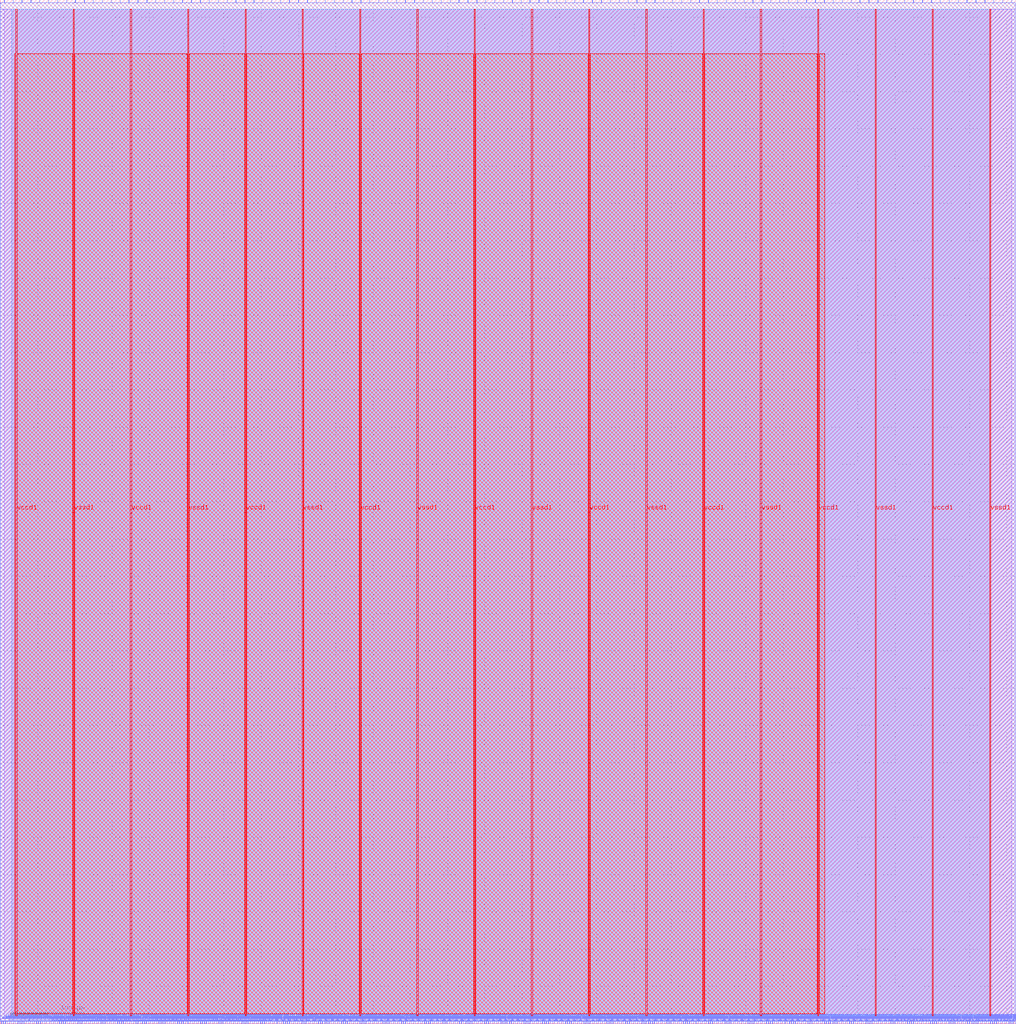
<source format=lef>
VERSION 5.7 ;
  NOWIREEXTENSIONATPIN ON ;
  DIVIDERCHAR "/" ;
  BUSBITCHARS "[]" ;
MACRO accelerator_top
  CLASS BLOCK ;
  FOREIGN accelerator_top ;
  ORIGIN 0.000 0.000 ;
  SIZE 1362.415 BY 1373.135 ;
  PIN io_in[0]
    DIRECTION INPUT ;
    USE SIGNAL ;
    PORT
      LAYER met2 ;
        RECT 5.610 1369.135 5.890 1373.135 ;
    END
  END io_in[0]
  PIN io_in[10]
    DIRECTION INPUT ;
    USE SIGNAL ;
    PORT
      LAYER met2 ;
        RECT 363.950 1369.135 364.230 1373.135 ;
    END
  END io_in[10]
  PIN io_in[11]
    DIRECTION INPUT ;
    USE SIGNAL ;
    PORT
      LAYER met2 ;
        RECT 399.830 1369.135 400.110 1373.135 ;
    END
  END io_in[11]
  PIN io_in[12]
    DIRECTION INPUT ;
    USE SIGNAL ;
    PORT
      LAYER met2 ;
        RECT 435.710 1369.135 435.990 1373.135 ;
    END
  END io_in[12]
  PIN io_in[13]
    DIRECTION INPUT ;
    USE SIGNAL ;
    PORT
      LAYER met2 ;
        RECT 471.590 1369.135 471.870 1373.135 ;
    END
  END io_in[13]
  PIN io_in[14]
    DIRECTION INPUT ;
    USE SIGNAL ;
    PORT
      LAYER met2 ;
        RECT 507.470 1369.135 507.750 1373.135 ;
    END
  END io_in[14]
  PIN io_in[15]
    DIRECTION INPUT ;
    USE SIGNAL ;
    PORT
      LAYER met2 ;
        RECT 543.350 1369.135 543.630 1373.135 ;
    END
  END io_in[15]
  PIN io_in[16]
    DIRECTION INPUT ;
    USE SIGNAL ;
    PORT
      LAYER met2 ;
        RECT 579.230 1369.135 579.510 1373.135 ;
    END
  END io_in[16]
  PIN io_in[17]
    DIRECTION INPUT ;
    USE SIGNAL ;
    PORT
      LAYER met2 ;
        RECT 615.110 1369.135 615.390 1373.135 ;
    END
  END io_in[17]
  PIN io_in[18]
    DIRECTION INPUT ;
    USE SIGNAL ;
    PORT
      LAYER met2 ;
        RECT 650.990 1369.135 651.270 1373.135 ;
    END
  END io_in[18]
  PIN io_in[19]
    DIRECTION INPUT ;
    USE SIGNAL ;
    PORT
      LAYER met2 ;
        RECT 686.870 1369.135 687.150 1373.135 ;
    END
  END io_in[19]
  PIN io_in[1]
    DIRECTION INPUT ;
    USE SIGNAL ;
    PORT
      LAYER met2 ;
        RECT 41.030 1369.135 41.310 1373.135 ;
    END
  END io_in[1]
  PIN io_in[20]
    DIRECTION INPUT ;
    USE SIGNAL ;
    PORT
      LAYER met2 ;
        RECT 722.290 1369.135 722.570 1373.135 ;
    END
  END io_in[20]
  PIN io_in[21]
    DIRECTION INPUT ;
    USE SIGNAL ;
    PORT
      LAYER met2 ;
        RECT 758.170 1369.135 758.450 1373.135 ;
    END
  END io_in[21]
  PIN io_in[22]
    DIRECTION INPUT ;
    USE SIGNAL ;
    PORT
      LAYER met2 ;
        RECT 794.050 1369.135 794.330 1373.135 ;
    END
  END io_in[22]
  PIN io_in[23]
    DIRECTION INPUT ;
    USE SIGNAL ;
    PORT
      LAYER met2 ;
        RECT 829.930 1369.135 830.210 1373.135 ;
    END
  END io_in[23]
  PIN io_in[24]
    DIRECTION INPUT ;
    USE SIGNAL ;
    PORT
      LAYER met2 ;
        RECT 865.810 1369.135 866.090 1373.135 ;
    END
  END io_in[24]
  PIN io_in[25]
    DIRECTION INPUT ;
    USE SIGNAL ;
    PORT
      LAYER met2 ;
        RECT 901.690 1369.135 901.970 1373.135 ;
    END
  END io_in[25]
  PIN io_in[26]
    DIRECTION INPUT ;
    USE SIGNAL ;
    PORT
      LAYER met2 ;
        RECT 937.570 1369.135 937.850 1373.135 ;
    END
  END io_in[26]
  PIN io_in[27]
    DIRECTION INPUT ;
    USE SIGNAL ;
    PORT
      LAYER met2 ;
        RECT 973.450 1369.135 973.730 1373.135 ;
    END
  END io_in[27]
  PIN io_in[28]
    DIRECTION INPUT ;
    USE SIGNAL ;
    PORT
      LAYER met2 ;
        RECT 1009.330 1369.135 1009.610 1373.135 ;
    END
  END io_in[28]
  PIN io_in[29]
    DIRECTION INPUT ;
    USE SIGNAL ;
    PORT
      LAYER met2 ;
        RECT 1045.210 1369.135 1045.490 1373.135 ;
    END
  END io_in[29]
  PIN io_in[2]
    DIRECTION INPUT ;
    USE SIGNAL ;
    PORT
      LAYER met2 ;
        RECT 76.910 1369.135 77.190 1373.135 ;
    END
  END io_in[2]
  PIN io_in[30]
    DIRECTION INPUT ;
    USE SIGNAL ;
    PORT
      LAYER met2 ;
        RECT 1081.090 1369.135 1081.370 1373.135 ;
    END
  END io_in[30]
  PIN io_in[31]
    DIRECTION INPUT ;
    USE SIGNAL ;
    PORT
      LAYER met2 ;
        RECT 1116.970 1369.135 1117.250 1373.135 ;
    END
  END io_in[31]
  PIN io_in[32]
    DIRECTION INPUT ;
    USE SIGNAL ;
    PORT
      LAYER met2 ;
        RECT 1152.850 1369.135 1153.130 1373.135 ;
    END
  END io_in[32]
  PIN io_in[33]
    DIRECTION INPUT ;
    USE SIGNAL ;
    PORT
      LAYER met2 ;
        RECT 1188.730 1369.135 1189.010 1373.135 ;
    END
  END io_in[33]
  PIN io_in[34]
    DIRECTION INPUT ;
    USE SIGNAL ;
    PORT
      LAYER met2 ;
        RECT 1224.610 1369.135 1224.890 1373.135 ;
    END
  END io_in[34]
  PIN io_in[35]
    DIRECTION INPUT ;
    USE SIGNAL ;
    PORT
      LAYER met2 ;
        RECT 1260.490 1369.135 1260.770 1373.135 ;
    END
  END io_in[35]
  PIN io_in[36]
    DIRECTION INPUT ;
    USE SIGNAL ;
    PORT
      LAYER met2 ;
        RECT 1296.370 1369.135 1296.650 1373.135 ;
    END
  END io_in[36]
  PIN io_in[37]
    DIRECTION INPUT ;
    USE SIGNAL ;
    PORT
      LAYER met2 ;
        RECT 1332.250 1369.135 1332.530 1373.135 ;
    END
  END io_in[37]
  PIN io_in[3]
    DIRECTION INPUT ;
    USE SIGNAL ;
    PORT
      LAYER met2 ;
        RECT 112.790 1369.135 113.070 1373.135 ;
    END
  END io_in[3]
  PIN io_in[4]
    DIRECTION INPUT ;
    USE SIGNAL ;
    PORT
      LAYER met2 ;
        RECT 148.670 1369.135 148.950 1373.135 ;
    END
  END io_in[4]
  PIN io_in[5]
    DIRECTION INPUT ;
    USE SIGNAL ;
    PORT
      LAYER met2 ;
        RECT 184.550 1369.135 184.830 1373.135 ;
    END
  END io_in[5]
  PIN io_in[6]
    DIRECTION INPUT ;
    USE SIGNAL ;
    PORT
      LAYER met2 ;
        RECT 220.430 1369.135 220.710 1373.135 ;
    END
  END io_in[6]
  PIN io_in[7]
    DIRECTION INPUT ;
    USE SIGNAL ;
    PORT
      LAYER met2 ;
        RECT 256.310 1369.135 256.590 1373.135 ;
    END
  END io_in[7]
  PIN io_in[8]
    DIRECTION INPUT ;
    USE SIGNAL ;
    PORT
      LAYER met2 ;
        RECT 292.190 1369.135 292.470 1373.135 ;
    END
  END io_in[8]
  PIN io_in[9]
    DIRECTION INPUT ;
    USE SIGNAL ;
    PORT
      LAYER met2 ;
        RECT 328.070 1369.135 328.350 1373.135 ;
    END
  END io_in[9]
  PIN io_oeb[0]
    DIRECTION OUTPUT TRISTATE ;
    USE SIGNAL ;
    PORT
      LAYER met2 ;
        RECT 17.110 1369.135 17.390 1373.135 ;
    END
  END io_oeb[0]
  PIN io_oeb[10]
    DIRECTION OUTPUT TRISTATE ;
    USE SIGNAL ;
    PORT
      LAYER met2 ;
        RECT 375.910 1369.135 376.190 1373.135 ;
    END
  END io_oeb[10]
  PIN io_oeb[11]
    DIRECTION OUTPUT TRISTATE ;
    USE SIGNAL ;
    PORT
      LAYER met2 ;
        RECT 411.790 1369.135 412.070 1373.135 ;
    END
  END io_oeb[11]
  PIN io_oeb[12]
    DIRECTION OUTPUT TRISTATE ;
    USE SIGNAL ;
    PORT
      LAYER met2 ;
        RECT 447.670 1369.135 447.950 1373.135 ;
    END
  END io_oeb[12]
  PIN io_oeb[13]
    DIRECTION OUTPUT TRISTATE ;
    USE SIGNAL ;
    PORT
      LAYER met2 ;
        RECT 483.550 1369.135 483.830 1373.135 ;
    END
  END io_oeb[13]
  PIN io_oeb[14]
    DIRECTION OUTPUT TRISTATE ;
    USE SIGNAL ;
    PORT
      LAYER met2 ;
        RECT 519.430 1369.135 519.710 1373.135 ;
    END
  END io_oeb[14]
  PIN io_oeb[15]
    DIRECTION OUTPUT TRISTATE ;
    USE SIGNAL ;
    PORT
      LAYER met2 ;
        RECT 555.310 1369.135 555.590 1373.135 ;
    END
  END io_oeb[15]
  PIN io_oeb[16]
    DIRECTION OUTPUT TRISTATE ;
    USE SIGNAL ;
    PORT
      LAYER met2 ;
        RECT 591.190 1369.135 591.470 1373.135 ;
    END
  END io_oeb[16]
  PIN io_oeb[17]
    DIRECTION OUTPUT TRISTATE ;
    USE SIGNAL ;
    PORT
      LAYER met2 ;
        RECT 627.070 1369.135 627.350 1373.135 ;
    END
  END io_oeb[17]
  PIN io_oeb[18]
    DIRECTION OUTPUT TRISTATE ;
    USE SIGNAL ;
    PORT
      LAYER met2 ;
        RECT 662.950 1369.135 663.230 1373.135 ;
    END
  END io_oeb[18]
  PIN io_oeb[19]
    DIRECTION OUTPUT TRISTATE ;
    USE SIGNAL ;
    PORT
      LAYER met2 ;
        RECT 698.370 1369.135 698.650 1373.135 ;
    END
  END io_oeb[19]
  PIN io_oeb[1]
    DIRECTION OUTPUT TRISTATE ;
    USE SIGNAL ;
    PORT
      LAYER met2 ;
        RECT 52.990 1369.135 53.270 1373.135 ;
    END
  END io_oeb[1]
  PIN io_oeb[20]
    DIRECTION OUTPUT TRISTATE ;
    USE SIGNAL ;
    PORT
      LAYER met2 ;
        RECT 734.250 1369.135 734.530 1373.135 ;
    END
  END io_oeb[20]
  PIN io_oeb[21]
    DIRECTION OUTPUT TRISTATE ;
    USE SIGNAL ;
    PORT
      LAYER met2 ;
        RECT 770.130 1369.135 770.410 1373.135 ;
    END
  END io_oeb[21]
  PIN io_oeb[22]
    DIRECTION OUTPUT TRISTATE ;
    USE SIGNAL ;
    PORT
      LAYER met2 ;
        RECT 806.010 1369.135 806.290 1373.135 ;
    END
  END io_oeb[22]
  PIN io_oeb[23]
    DIRECTION OUTPUT TRISTATE ;
    USE SIGNAL ;
    PORT
      LAYER met2 ;
        RECT 841.890 1369.135 842.170 1373.135 ;
    END
  END io_oeb[23]
  PIN io_oeb[24]
    DIRECTION OUTPUT TRISTATE ;
    USE SIGNAL ;
    PORT
      LAYER met2 ;
        RECT 877.770 1369.135 878.050 1373.135 ;
    END
  END io_oeb[24]
  PIN io_oeb[25]
    DIRECTION OUTPUT TRISTATE ;
    USE SIGNAL ;
    PORT
      LAYER met2 ;
        RECT 913.650 1369.135 913.930 1373.135 ;
    END
  END io_oeb[25]
  PIN io_oeb[26]
    DIRECTION OUTPUT TRISTATE ;
    USE SIGNAL ;
    PORT
      LAYER met2 ;
        RECT 949.530 1369.135 949.810 1373.135 ;
    END
  END io_oeb[26]
  PIN io_oeb[27]
    DIRECTION OUTPUT TRISTATE ;
    USE SIGNAL ;
    PORT
      LAYER met2 ;
        RECT 985.410 1369.135 985.690 1373.135 ;
    END
  END io_oeb[27]
  PIN io_oeb[28]
    DIRECTION OUTPUT TRISTATE ;
    USE SIGNAL ;
    PORT
      LAYER met2 ;
        RECT 1021.290 1369.135 1021.570 1373.135 ;
    END
  END io_oeb[28]
  PIN io_oeb[29]
    DIRECTION OUTPUT TRISTATE ;
    USE SIGNAL ;
    PORT
      LAYER met2 ;
        RECT 1057.170 1369.135 1057.450 1373.135 ;
    END
  END io_oeb[29]
  PIN io_oeb[2]
    DIRECTION OUTPUT TRISTATE ;
    USE SIGNAL ;
    PORT
      LAYER met2 ;
        RECT 88.870 1369.135 89.150 1373.135 ;
    END
  END io_oeb[2]
  PIN io_oeb[30]
    DIRECTION OUTPUT TRISTATE ;
    USE SIGNAL ;
    PORT
      LAYER met2 ;
        RECT 1093.050 1369.135 1093.330 1373.135 ;
    END
  END io_oeb[30]
  PIN io_oeb[31]
    DIRECTION OUTPUT TRISTATE ;
    USE SIGNAL ;
    PORT
      LAYER met2 ;
        RECT 1128.930 1369.135 1129.210 1373.135 ;
    END
  END io_oeb[31]
  PIN io_oeb[32]
    DIRECTION OUTPUT TRISTATE ;
    USE SIGNAL ;
    PORT
      LAYER met2 ;
        RECT 1164.810 1369.135 1165.090 1373.135 ;
    END
  END io_oeb[32]
  PIN io_oeb[33]
    DIRECTION OUTPUT TRISTATE ;
    USE SIGNAL ;
    PORT
      LAYER met2 ;
        RECT 1200.690 1369.135 1200.970 1373.135 ;
    END
  END io_oeb[33]
  PIN io_oeb[34]
    DIRECTION OUTPUT TRISTATE ;
    USE SIGNAL ;
    PORT
      LAYER met2 ;
        RECT 1236.570 1369.135 1236.850 1373.135 ;
    END
  END io_oeb[34]
  PIN io_oeb[35]
    DIRECTION OUTPUT TRISTATE ;
    USE SIGNAL ;
    PORT
      LAYER met2 ;
        RECT 1272.450 1369.135 1272.730 1373.135 ;
    END
  END io_oeb[35]
  PIN io_oeb[36]
    DIRECTION OUTPUT TRISTATE ;
    USE SIGNAL ;
    PORT
      LAYER met2 ;
        RECT 1308.330 1369.135 1308.610 1373.135 ;
    END
  END io_oeb[36]
  PIN io_oeb[37]
    DIRECTION OUTPUT TRISTATE ;
    USE SIGNAL ;
    PORT
      LAYER met2 ;
        RECT 1344.210 1369.135 1344.490 1373.135 ;
    END
  END io_oeb[37]
  PIN io_oeb[3]
    DIRECTION OUTPUT TRISTATE ;
    USE SIGNAL ;
    PORT
      LAYER met2 ;
        RECT 124.750 1369.135 125.030 1373.135 ;
    END
  END io_oeb[3]
  PIN io_oeb[4]
    DIRECTION OUTPUT TRISTATE ;
    USE SIGNAL ;
    PORT
      LAYER met2 ;
        RECT 160.630 1369.135 160.910 1373.135 ;
    END
  END io_oeb[4]
  PIN io_oeb[5]
    DIRECTION OUTPUT TRISTATE ;
    USE SIGNAL ;
    PORT
      LAYER met2 ;
        RECT 196.510 1369.135 196.790 1373.135 ;
    END
  END io_oeb[5]
  PIN io_oeb[6]
    DIRECTION OUTPUT TRISTATE ;
    USE SIGNAL ;
    PORT
      LAYER met2 ;
        RECT 232.390 1369.135 232.670 1373.135 ;
    END
  END io_oeb[6]
  PIN io_oeb[7]
    DIRECTION OUTPUT TRISTATE ;
    USE SIGNAL ;
    PORT
      LAYER met2 ;
        RECT 268.270 1369.135 268.550 1373.135 ;
    END
  END io_oeb[7]
  PIN io_oeb[8]
    DIRECTION OUTPUT TRISTATE ;
    USE SIGNAL ;
    PORT
      LAYER met2 ;
        RECT 304.150 1369.135 304.430 1373.135 ;
    END
  END io_oeb[8]
  PIN io_oeb[9]
    DIRECTION OUTPUT TRISTATE ;
    USE SIGNAL ;
    PORT
      LAYER met2 ;
        RECT 340.030 1369.135 340.310 1373.135 ;
    END
  END io_oeb[9]
  PIN io_out[0]
    DIRECTION OUTPUT TRISTATE ;
    USE SIGNAL ;
    PORT
      LAYER met2 ;
        RECT 29.070 1369.135 29.350 1373.135 ;
    END
  END io_out[0]
  PIN io_out[10]
    DIRECTION OUTPUT TRISTATE ;
    USE SIGNAL ;
    PORT
      LAYER met2 ;
        RECT 387.870 1369.135 388.150 1373.135 ;
    END
  END io_out[10]
  PIN io_out[11]
    DIRECTION OUTPUT TRISTATE ;
    USE SIGNAL ;
    PORT
      LAYER met2 ;
        RECT 423.750 1369.135 424.030 1373.135 ;
    END
  END io_out[11]
  PIN io_out[12]
    DIRECTION OUTPUT TRISTATE ;
    USE SIGNAL ;
    PORT
      LAYER met2 ;
        RECT 459.630 1369.135 459.910 1373.135 ;
    END
  END io_out[12]
  PIN io_out[13]
    DIRECTION OUTPUT TRISTATE ;
    USE SIGNAL ;
    PORT
      LAYER met2 ;
        RECT 495.510 1369.135 495.790 1373.135 ;
    END
  END io_out[13]
  PIN io_out[14]
    DIRECTION OUTPUT TRISTATE ;
    USE SIGNAL ;
    PORT
      LAYER met2 ;
        RECT 531.390 1369.135 531.670 1373.135 ;
    END
  END io_out[14]
  PIN io_out[15]
    DIRECTION OUTPUT TRISTATE ;
    USE SIGNAL ;
    PORT
      LAYER met2 ;
        RECT 567.270 1369.135 567.550 1373.135 ;
    END
  END io_out[15]
  PIN io_out[16]
    DIRECTION OUTPUT TRISTATE ;
    USE SIGNAL ;
    PORT
      LAYER met2 ;
        RECT 603.150 1369.135 603.430 1373.135 ;
    END
  END io_out[16]
  PIN io_out[17]
    DIRECTION OUTPUT TRISTATE ;
    USE SIGNAL ;
    PORT
      LAYER met2 ;
        RECT 639.030 1369.135 639.310 1373.135 ;
    END
  END io_out[17]
  PIN io_out[18]
    DIRECTION OUTPUT TRISTATE ;
    USE SIGNAL ;
    PORT
      LAYER met2 ;
        RECT 674.910 1369.135 675.190 1373.135 ;
    END
  END io_out[18]
  PIN io_out[19]
    DIRECTION OUTPUT TRISTATE ;
    USE SIGNAL ;
    PORT
      LAYER met2 ;
        RECT 710.330 1369.135 710.610 1373.135 ;
    END
  END io_out[19]
  PIN io_out[1]
    DIRECTION OUTPUT TRISTATE ;
    USE SIGNAL ;
    PORT
      LAYER met2 ;
        RECT 64.950 1369.135 65.230 1373.135 ;
    END
  END io_out[1]
  PIN io_out[20]
    DIRECTION OUTPUT TRISTATE ;
    USE SIGNAL ;
    PORT
      LAYER met2 ;
        RECT 746.210 1369.135 746.490 1373.135 ;
    END
  END io_out[20]
  PIN io_out[21]
    DIRECTION OUTPUT TRISTATE ;
    USE SIGNAL ;
    PORT
      LAYER met2 ;
        RECT 782.090 1369.135 782.370 1373.135 ;
    END
  END io_out[21]
  PIN io_out[22]
    DIRECTION OUTPUT TRISTATE ;
    USE SIGNAL ;
    PORT
      LAYER met2 ;
        RECT 817.970 1369.135 818.250 1373.135 ;
    END
  END io_out[22]
  PIN io_out[23]
    DIRECTION OUTPUT TRISTATE ;
    USE SIGNAL ;
    PORT
      LAYER met2 ;
        RECT 853.850 1369.135 854.130 1373.135 ;
    END
  END io_out[23]
  PIN io_out[24]
    DIRECTION OUTPUT TRISTATE ;
    USE SIGNAL ;
    PORT
      LAYER met2 ;
        RECT 889.730 1369.135 890.010 1373.135 ;
    END
  END io_out[24]
  PIN io_out[25]
    DIRECTION OUTPUT TRISTATE ;
    USE SIGNAL ;
    PORT
      LAYER met2 ;
        RECT 925.610 1369.135 925.890 1373.135 ;
    END
  END io_out[25]
  PIN io_out[26]
    DIRECTION OUTPUT TRISTATE ;
    USE SIGNAL ;
    PORT
      LAYER met2 ;
        RECT 961.490 1369.135 961.770 1373.135 ;
    END
  END io_out[26]
  PIN io_out[27]
    DIRECTION OUTPUT TRISTATE ;
    USE SIGNAL ;
    PORT
      LAYER met2 ;
        RECT 997.370 1369.135 997.650 1373.135 ;
    END
  END io_out[27]
  PIN io_out[28]
    DIRECTION OUTPUT TRISTATE ;
    USE SIGNAL ;
    PORT
      LAYER met2 ;
        RECT 1033.250 1369.135 1033.530 1373.135 ;
    END
  END io_out[28]
  PIN io_out[29]
    DIRECTION OUTPUT TRISTATE ;
    USE SIGNAL ;
    PORT
      LAYER met2 ;
        RECT 1069.130 1369.135 1069.410 1373.135 ;
    END
  END io_out[29]
  PIN io_out[2]
    DIRECTION OUTPUT TRISTATE ;
    USE SIGNAL ;
    PORT
      LAYER met2 ;
        RECT 100.830 1369.135 101.110 1373.135 ;
    END
  END io_out[2]
  PIN io_out[30]
    DIRECTION OUTPUT TRISTATE ;
    USE SIGNAL ;
    PORT
      LAYER met2 ;
        RECT 1105.010 1369.135 1105.290 1373.135 ;
    END
  END io_out[30]
  PIN io_out[31]
    DIRECTION OUTPUT TRISTATE ;
    USE SIGNAL ;
    PORT
      LAYER met2 ;
        RECT 1140.890 1369.135 1141.170 1373.135 ;
    END
  END io_out[31]
  PIN io_out[32]
    DIRECTION OUTPUT TRISTATE ;
    USE SIGNAL ;
    PORT
      LAYER met2 ;
        RECT 1176.770 1369.135 1177.050 1373.135 ;
    END
  END io_out[32]
  PIN io_out[33]
    DIRECTION OUTPUT TRISTATE ;
    USE SIGNAL ;
    PORT
      LAYER met2 ;
        RECT 1212.650 1369.135 1212.930 1373.135 ;
    END
  END io_out[33]
  PIN io_out[34]
    DIRECTION OUTPUT TRISTATE ;
    USE SIGNAL ;
    PORT
      LAYER met2 ;
        RECT 1248.530 1369.135 1248.810 1373.135 ;
    END
  END io_out[34]
  PIN io_out[35]
    DIRECTION OUTPUT TRISTATE ;
    USE SIGNAL ;
    PORT
      LAYER met2 ;
        RECT 1284.410 1369.135 1284.690 1373.135 ;
    END
  END io_out[35]
  PIN io_out[36]
    DIRECTION OUTPUT TRISTATE ;
    USE SIGNAL ;
    PORT
      LAYER met2 ;
        RECT 1320.290 1369.135 1320.570 1373.135 ;
    END
  END io_out[36]
  PIN io_out[37]
    DIRECTION OUTPUT TRISTATE ;
    USE SIGNAL ;
    PORT
      LAYER met2 ;
        RECT 1356.170 1369.135 1356.450 1373.135 ;
    END
  END io_out[37]
  PIN io_out[3]
    DIRECTION OUTPUT TRISTATE ;
    USE SIGNAL ;
    PORT
      LAYER met2 ;
        RECT 136.710 1369.135 136.990 1373.135 ;
    END
  END io_out[3]
  PIN io_out[4]
    DIRECTION OUTPUT TRISTATE ;
    USE SIGNAL ;
    PORT
      LAYER met2 ;
        RECT 172.590 1369.135 172.870 1373.135 ;
    END
  END io_out[4]
  PIN io_out[5]
    DIRECTION OUTPUT TRISTATE ;
    USE SIGNAL ;
    PORT
      LAYER met2 ;
        RECT 208.470 1369.135 208.750 1373.135 ;
    END
  END io_out[5]
  PIN io_out[6]
    DIRECTION OUTPUT TRISTATE ;
    USE SIGNAL ;
    PORT
      LAYER met2 ;
        RECT 244.350 1369.135 244.630 1373.135 ;
    END
  END io_out[6]
  PIN io_out[7]
    DIRECTION OUTPUT TRISTATE ;
    USE SIGNAL ;
    PORT
      LAYER met2 ;
        RECT 280.230 1369.135 280.510 1373.135 ;
    END
  END io_out[7]
  PIN io_out[8]
    DIRECTION OUTPUT TRISTATE ;
    USE SIGNAL ;
    PORT
      LAYER met2 ;
        RECT 316.110 1369.135 316.390 1373.135 ;
    END
  END io_out[8]
  PIN io_out[9]
    DIRECTION OUTPUT TRISTATE ;
    USE SIGNAL ;
    PORT
      LAYER met2 ;
        RECT 351.990 1369.135 352.270 1373.135 ;
    END
  END io_out[9]
  PIN la_data_in[0]
    DIRECTION INPUT ;
    USE SIGNAL ;
    PORT
      LAYER met2 ;
        RECT 295.870 0.000 296.150 4.000 ;
    END
  END la_data_in[0]
  PIN la_data_in[100]
    DIRECTION INPUT ;
    USE SIGNAL ;
    PORT
      LAYER met2 ;
        RECT 1130.310 0.000 1130.590 4.000 ;
    END
  END la_data_in[100]
  PIN la_data_in[101]
    DIRECTION INPUT ;
    USE SIGNAL ;
    PORT
      LAYER met2 ;
        RECT 1138.590 0.000 1138.870 4.000 ;
    END
  END la_data_in[101]
  PIN la_data_in[102]
    DIRECTION INPUT ;
    USE SIGNAL ;
    PORT
      LAYER met2 ;
        RECT 1146.870 0.000 1147.150 4.000 ;
    END
  END la_data_in[102]
  PIN la_data_in[103]
    DIRECTION INPUT ;
    USE SIGNAL ;
    PORT
      LAYER met2 ;
        RECT 1155.150 0.000 1155.430 4.000 ;
    END
  END la_data_in[103]
  PIN la_data_in[104]
    DIRECTION INPUT ;
    USE SIGNAL ;
    PORT
      LAYER met2 ;
        RECT 1163.430 0.000 1163.710 4.000 ;
    END
  END la_data_in[104]
  PIN la_data_in[105]
    DIRECTION INPUT ;
    USE SIGNAL ;
    PORT
      LAYER met2 ;
        RECT 1171.710 0.000 1171.990 4.000 ;
    END
  END la_data_in[105]
  PIN la_data_in[106]
    DIRECTION INPUT ;
    USE SIGNAL ;
    PORT
      LAYER met2 ;
        RECT 1180.450 0.000 1180.730 4.000 ;
    END
  END la_data_in[106]
  PIN la_data_in[107]
    DIRECTION INPUT ;
    USE SIGNAL ;
    PORT
      LAYER met2 ;
        RECT 1188.730 0.000 1189.010 4.000 ;
    END
  END la_data_in[107]
  PIN la_data_in[108]
    DIRECTION INPUT ;
    USE SIGNAL ;
    PORT
      LAYER met2 ;
        RECT 1197.010 0.000 1197.290 4.000 ;
    END
  END la_data_in[108]
  PIN la_data_in[109]
    DIRECTION INPUT ;
    USE SIGNAL ;
    PORT
      LAYER met2 ;
        RECT 1205.290 0.000 1205.570 4.000 ;
    END
  END la_data_in[109]
  PIN la_data_in[10]
    DIRECTION INPUT ;
    USE SIGNAL ;
    PORT
      LAYER met2 ;
        RECT 379.590 0.000 379.870 4.000 ;
    END
  END la_data_in[10]
  PIN la_data_in[110]
    DIRECTION INPUT ;
    USE SIGNAL ;
    PORT
      LAYER met2 ;
        RECT 1213.570 0.000 1213.850 4.000 ;
    END
  END la_data_in[110]
  PIN la_data_in[111]
    DIRECTION INPUT ;
    USE SIGNAL ;
    PORT
      LAYER met2 ;
        RECT 1221.850 0.000 1222.130 4.000 ;
    END
  END la_data_in[111]
  PIN la_data_in[112]
    DIRECTION INPUT ;
    USE SIGNAL ;
    PORT
      LAYER met2 ;
        RECT 1230.130 0.000 1230.410 4.000 ;
    END
  END la_data_in[112]
  PIN la_data_in[113]
    DIRECTION INPUT ;
    USE SIGNAL ;
    PORT
      LAYER met2 ;
        RECT 1238.410 0.000 1238.690 4.000 ;
    END
  END la_data_in[113]
  PIN la_data_in[114]
    DIRECTION INPUT ;
    USE SIGNAL ;
    PORT
      LAYER met2 ;
        RECT 1247.150 0.000 1247.430 4.000 ;
    END
  END la_data_in[114]
  PIN la_data_in[115]
    DIRECTION INPUT ;
    USE SIGNAL ;
    PORT
      LAYER met2 ;
        RECT 1255.430 0.000 1255.710 4.000 ;
    END
  END la_data_in[115]
  PIN la_data_in[116]
    DIRECTION INPUT ;
    USE SIGNAL ;
    PORT
      LAYER met2 ;
        RECT 1263.710 0.000 1263.990 4.000 ;
    END
  END la_data_in[116]
  PIN la_data_in[117]
    DIRECTION INPUT ;
    USE SIGNAL ;
    PORT
      LAYER met2 ;
        RECT 1271.990 0.000 1272.270 4.000 ;
    END
  END la_data_in[117]
  PIN la_data_in[118]
    DIRECTION INPUT ;
    USE SIGNAL ;
    PORT
      LAYER met2 ;
        RECT 1280.270 0.000 1280.550 4.000 ;
    END
  END la_data_in[118]
  PIN la_data_in[119]
    DIRECTION INPUT ;
    USE SIGNAL ;
    PORT
      LAYER met2 ;
        RECT 1288.550 0.000 1288.830 4.000 ;
    END
  END la_data_in[119]
  PIN la_data_in[11]
    DIRECTION INPUT ;
    USE SIGNAL ;
    PORT
      LAYER met2 ;
        RECT 387.870 0.000 388.150 4.000 ;
    END
  END la_data_in[11]
  PIN la_data_in[120]
    DIRECTION INPUT ;
    USE SIGNAL ;
    PORT
      LAYER met2 ;
        RECT 1296.830 0.000 1297.110 4.000 ;
    END
  END la_data_in[120]
  PIN la_data_in[121]
    DIRECTION INPUT ;
    USE SIGNAL ;
    PORT
      LAYER met2 ;
        RECT 1305.570 0.000 1305.850 4.000 ;
    END
  END la_data_in[121]
  PIN la_data_in[122]
    DIRECTION INPUT ;
    USE SIGNAL ;
    PORT
      LAYER met2 ;
        RECT 1313.850 0.000 1314.130 4.000 ;
    END
  END la_data_in[122]
  PIN la_data_in[123]
    DIRECTION INPUT ;
    USE SIGNAL ;
    PORT
      LAYER met2 ;
        RECT 1322.130 0.000 1322.410 4.000 ;
    END
  END la_data_in[123]
  PIN la_data_in[124]
    DIRECTION INPUT ;
    USE SIGNAL ;
    PORT
      LAYER met2 ;
        RECT 1330.410 0.000 1330.690 4.000 ;
    END
  END la_data_in[124]
  PIN la_data_in[125]
    DIRECTION INPUT ;
    USE SIGNAL ;
    PORT
      LAYER met2 ;
        RECT 1338.690 0.000 1338.970 4.000 ;
    END
  END la_data_in[125]
  PIN la_data_in[126]
    DIRECTION INPUT ;
    USE SIGNAL ;
    PORT
      LAYER met2 ;
        RECT 1346.970 0.000 1347.250 4.000 ;
    END
  END la_data_in[126]
  PIN la_data_in[127]
    DIRECTION INPUT ;
    USE SIGNAL ;
    PORT
      LAYER met2 ;
        RECT 1355.250 0.000 1355.530 4.000 ;
    END
  END la_data_in[127]
  PIN la_data_in[12]
    DIRECTION INPUT ;
    USE SIGNAL ;
    PORT
      LAYER met2 ;
        RECT 396.150 0.000 396.430 4.000 ;
    END
  END la_data_in[12]
  PIN la_data_in[13]
    DIRECTION INPUT ;
    USE SIGNAL ;
    PORT
      LAYER met2 ;
        RECT 404.430 0.000 404.710 4.000 ;
    END
  END la_data_in[13]
  PIN la_data_in[14]
    DIRECTION INPUT ;
    USE SIGNAL ;
    PORT
      LAYER met2 ;
        RECT 412.710 0.000 412.990 4.000 ;
    END
  END la_data_in[14]
  PIN la_data_in[15]
    DIRECTION INPUT ;
    USE SIGNAL ;
    PORT
      LAYER met2 ;
        RECT 420.990 0.000 421.270 4.000 ;
    END
  END la_data_in[15]
  PIN la_data_in[16]
    DIRECTION INPUT ;
    USE SIGNAL ;
    PORT
      LAYER met2 ;
        RECT 429.270 0.000 429.550 4.000 ;
    END
  END la_data_in[16]
  PIN la_data_in[17]
    DIRECTION INPUT ;
    USE SIGNAL ;
    PORT
      LAYER met2 ;
        RECT 438.010 0.000 438.290 4.000 ;
    END
  END la_data_in[17]
  PIN la_data_in[18]
    DIRECTION INPUT ;
    USE SIGNAL ;
    PORT
      LAYER met2 ;
        RECT 446.290 0.000 446.570 4.000 ;
    END
  END la_data_in[18]
  PIN la_data_in[19]
    DIRECTION INPUT ;
    USE SIGNAL ;
    PORT
      LAYER met2 ;
        RECT 454.570 0.000 454.850 4.000 ;
    END
  END la_data_in[19]
  PIN la_data_in[1]
    DIRECTION INPUT ;
    USE SIGNAL ;
    PORT
      LAYER met2 ;
        RECT 304.150 0.000 304.430 4.000 ;
    END
  END la_data_in[1]
  PIN la_data_in[20]
    DIRECTION INPUT ;
    USE SIGNAL ;
    PORT
      LAYER met2 ;
        RECT 462.850 0.000 463.130 4.000 ;
    END
  END la_data_in[20]
  PIN la_data_in[21]
    DIRECTION INPUT ;
    USE SIGNAL ;
    PORT
      LAYER met2 ;
        RECT 471.130 0.000 471.410 4.000 ;
    END
  END la_data_in[21]
  PIN la_data_in[22]
    DIRECTION INPUT ;
    USE SIGNAL ;
    PORT
      LAYER met2 ;
        RECT 479.410 0.000 479.690 4.000 ;
    END
  END la_data_in[22]
  PIN la_data_in[23]
    DIRECTION INPUT ;
    USE SIGNAL ;
    PORT
      LAYER met2 ;
        RECT 487.690 0.000 487.970 4.000 ;
    END
  END la_data_in[23]
  PIN la_data_in[24]
    DIRECTION INPUT ;
    USE SIGNAL ;
    PORT
      LAYER met2 ;
        RECT 495.970 0.000 496.250 4.000 ;
    END
  END la_data_in[24]
  PIN la_data_in[25]
    DIRECTION INPUT ;
    USE SIGNAL ;
    PORT
      LAYER met2 ;
        RECT 504.710 0.000 504.990 4.000 ;
    END
  END la_data_in[25]
  PIN la_data_in[26]
    DIRECTION INPUT ;
    USE SIGNAL ;
    PORT
      LAYER met2 ;
        RECT 512.990 0.000 513.270 4.000 ;
    END
  END la_data_in[26]
  PIN la_data_in[27]
    DIRECTION INPUT ;
    USE SIGNAL ;
    PORT
      LAYER met2 ;
        RECT 521.270 0.000 521.550 4.000 ;
    END
  END la_data_in[27]
  PIN la_data_in[28]
    DIRECTION INPUT ;
    USE SIGNAL ;
    PORT
      LAYER met2 ;
        RECT 529.550 0.000 529.830 4.000 ;
    END
  END la_data_in[28]
  PIN la_data_in[29]
    DIRECTION INPUT ;
    USE SIGNAL ;
    PORT
      LAYER met2 ;
        RECT 537.830 0.000 538.110 4.000 ;
    END
  END la_data_in[29]
  PIN la_data_in[2]
    DIRECTION INPUT ;
    USE SIGNAL ;
    PORT
      LAYER met2 ;
        RECT 312.890 0.000 313.170 4.000 ;
    END
  END la_data_in[2]
  PIN la_data_in[30]
    DIRECTION INPUT ;
    USE SIGNAL ;
    PORT
      LAYER met2 ;
        RECT 546.110 0.000 546.390 4.000 ;
    END
  END la_data_in[30]
  PIN la_data_in[31]
    DIRECTION INPUT ;
    USE SIGNAL ;
    PORT
      LAYER met2 ;
        RECT 554.390 0.000 554.670 4.000 ;
    END
  END la_data_in[31]
  PIN la_data_in[32]
    DIRECTION INPUT ;
    USE SIGNAL ;
    PORT
      LAYER met2 ;
        RECT 563.130 0.000 563.410 4.000 ;
    END
  END la_data_in[32]
  PIN la_data_in[33]
    DIRECTION INPUT ;
    USE SIGNAL ;
    PORT
      LAYER met2 ;
        RECT 571.410 0.000 571.690 4.000 ;
    END
  END la_data_in[33]
  PIN la_data_in[34]
    DIRECTION INPUT ;
    USE SIGNAL ;
    PORT
      LAYER met2 ;
        RECT 579.690 0.000 579.970 4.000 ;
    END
  END la_data_in[34]
  PIN la_data_in[35]
    DIRECTION INPUT ;
    USE SIGNAL ;
    PORT
      LAYER met2 ;
        RECT 587.970 0.000 588.250 4.000 ;
    END
  END la_data_in[35]
  PIN la_data_in[36]
    DIRECTION INPUT ;
    USE SIGNAL ;
    PORT
      LAYER met2 ;
        RECT 596.250 0.000 596.530 4.000 ;
    END
  END la_data_in[36]
  PIN la_data_in[37]
    DIRECTION INPUT ;
    USE SIGNAL ;
    PORT
      LAYER met2 ;
        RECT 604.530 0.000 604.810 4.000 ;
    END
  END la_data_in[37]
  PIN la_data_in[38]
    DIRECTION INPUT ;
    USE SIGNAL ;
    PORT
      LAYER met2 ;
        RECT 612.810 0.000 613.090 4.000 ;
    END
  END la_data_in[38]
  PIN la_data_in[39]
    DIRECTION INPUT ;
    USE SIGNAL ;
    PORT
      LAYER met2 ;
        RECT 621.550 0.000 621.830 4.000 ;
    END
  END la_data_in[39]
  PIN la_data_in[3]
    DIRECTION INPUT ;
    USE SIGNAL ;
    PORT
      LAYER met2 ;
        RECT 321.170 0.000 321.450 4.000 ;
    END
  END la_data_in[3]
  PIN la_data_in[40]
    DIRECTION INPUT ;
    USE SIGNAL ;
    PORT
      LAYER met2 ;
        RECT 629.830 0.000 630.110 4.000 ;
    END
  END la_data_in[40]
  PIN la_data_in[41]
    DIRECTION INPUT ;
    USE SIGNAL ;
    PORT
      LAYER met2 ;
        RECT 638.110 0.000 638.390 4.000 ;
    END
  END la_data_in[41]
  PIN la_data_in[42]
    DIRECTION INPUT ;
    USE SIGNAL ;
    PORT
      LAYER met2 ;
        RECT 646.390 0.000 646.670 4.000 ;
    END
  END la_data_in[42]
  PIN la_data_in[43]
    DIRECTION INPUT ;
    USE SIGNAL ;
    PORT
      LAYER met2 ;
        RECT 654.670 0.000 654.950 4.000 ;
    END
  END la_data_in[43]
  PIN la_data_in[44]
    DIRECTION INPUT ;
    USE SIGNAL ;
    PORT
      LAYER met2 ;
        RECT 662.950 0.000 663.230 4.000 ;
    END
  END la_data_in[44]
  PIN la_data_in[45]
    DIRECTION INPUT ;
    USE SIGNAL ;
    PORT
      LAYER met2 ;
        RECT 671.230 0.000 671.510 4.000 ;
    END
  END la_data_in[45]
  PIN la_data_in[46]
    DIRECTION INPUT ;
    USE SIGNAL ;
    PORT
      LAYER met2 ;
        RECT 679.510 0.000 679.790 4.000 ;
    END
  END la_data_in[46]
  PIN la_data_in[47]
    DIRECTION INPUT ;
    USE SIGNAL ;
    PORT
      LAYER met2 ;
        RECT 688.250 0.000 688.530 4.000 ;
    END
  END la_data_in[47]
  PIN la_data_in[48]
    DIRECTION INPUT ;
    USE SIGNAL ;
    PORT
      LAYER met2 ;
        RECT 696.530 0.000 696.810 4.000 ;
    END
  END la_data_in[48]
  PIN la_data_in[49]
    DIRECTION INPUT ;
    USE SIGNAL ;
    PORT
      LAYER met2 ;
        RECT 704.810 0.000 705.090 4.000 ;
    END
  END la_data_in[49]
  PIN la_data_in[4]
    DIRECTION INPUT ;
    USE SIGNAL ;
    PORT
      LAYER met2 ;
        RECT 329.450 0.000 329.730 4.000 ;
    END
  END la_data_in[4]
  PIN la_data_in[50]
    DIRECTION INPUT ;
    USE SIGNAL ;
    PORT
      LAYER met2 ;
        RECT 713.090 0.000 713.370 4.000 ;
    END
  END la_data_in[50]
  PIN la_data_in[51]
    DIRECTION INPUT ;
    USE SIGNAL ;
    PORT
      LAYER met2 ;
        RECT 721.370 0.000 721.650 4.000 ;
    END
  END la_data_in[51]
  PIN la_data_in[52]
    DIRECTION INPUT ;
    USE SIGNAL ;
    PORT
      LAYER met2 ;
        RECT 729.650 0.000 729.930 4.000 ;
    END
  END la_data_in[52]
  PIN la_data_in[53]
    DIRECTION INPUT ;
    USE SIGNAL ;
    PORT
      LAYER met2 ;
        RECT 737.930 0.000 738.210 4.000 ;
    END
  END la_data_in[53]
  PIN la_data_in[54]
    DIRECTION INPUT ;
    USE SIGNAL ;
    PORT
      LAYER met2 ;
        RECT 746.670 0.000 746.950 4.000 ;
    END
  END la_data_in[54]
  PIN la_data_in[55]
    DIRECTION INPUT ;
    USE SIGNAL ;
    PORT
      LAYER met2 ;
        RECT 754.950 0.000 755.230 4.000 ;
    END
  END la_data_in[55]
  PIN la_data_in[56]
    DIRECTION INPUT ;
    USE SIGNAL ;
    PORT
      LAYER met2 ;
        RECT 763.230 0.000 763.510 4.000 ;
    END
  END la_data_in[56]
  PIN la_data_in[57]
    DIRECTION INPUT ;
    USE SIGNAL ;
    PORT
      LAYER met2 ;
        RECT 771.510 0.000 771.790 4.000 ;
    END
  END la_data_in[57]
  PIN la_data_in[58]
    DIRECTION INPUT ;
    USE SIGNAL ;
    PORT
      LAYER met2 ;
        RECT 779.790 0.000 780.070 4.000 ;
    END
  END la_data_in[58]
  PIN la_data_in[59]
    DIRECTION INPUT ;
    USE SIGNAL ;
    PORT
      LAYER met2 ;
        RECT 788.070 0.000 788.350 4.000 ;
    END
  END la_data_in[59]
  PIN la_data_in[5]
    DIRECTION INPUT ;
    USE SIGNAL ;
    PORT
      LAYER met2 ;
        RECT 337.730 0.000 338.010 4.000 ;
    END
  END la_data_in[5]
  PIN la_data_in[60]
    DIRECTION INPUT ;
    USE SIGNAL ;
    PORT
      LAYER met2 ;
        RECT 796.350 0.000 796.630 4.000 ;
    END
  END la_data_in[60]
  PIN la_data_in[61]
    DIRECTION INPUT ;
    USE SIGNAL ;
    PORT
      LAYER met2 ;
        RECT 804.630 0.000 804.910 4.000 ;
    END
  END la_data_in[61]
  PIN la_data_in[62]
    DIRECTION INPUT ;
    USE SIGNAL ;
    PORT
      LAYER met2 ;
        RECT 813.370 0.000 813.650 4.000 ;
    END
  END la_data_in[62]
  PIN la_data_in[63]
    DIRECTION INPUT ;
    USE SIGNAL ;
    PORT
      LAYER met2 ;
        RECT 821.650 0.000 821.930 4.000 ;
    END
  END la_data_in[63]
  PIN la_data_in[64]
    DIRECTION INPUT ;
    USE SIGNAL ;
    PORT
      LAYER met2 ;
        RECT 829.930 0.000 830.210 4.000 ;
    END
  END la_data_in[64]
  PIN la_data_in[65]
    DIRECTION INPUT ;
    USE SIGNAL ;
    PORT
      LAYER met2 ;
        RECT 838.210 0.000 838.490 4.000 ;
    END
  END la_data_in[65]
  PIN la_data_in[66]
    DIRECTION INPUT ;
    USE SIGNAL ;
    PORT
      LAYER met2 ;
        RECT 846.490 0.000 846.770 4.000 ;
    END
  END la_data_in[66]
  PIN la_data_in[67]
    DIRECTION INPUT ;
    USE SIGNAL ;
    PORT
      LAYER met2 ;
        RECT 854.770 0.000 855.050 4.000 ;
    END
  END la_data_in[67]
  PIN la_data_in[68]
    DIRECTION INPUT ;
    USE SIGNAL ;
    PORT
      LAYER met2 ;
        RECT 863.050 0.000 863.330 4.000 ;
    END
  END la_data_in[68]
  PIN la_data_in[69]
    DIRECTION INPUT ;
    USE SIGNAL ;
    PORT
      LAYER met2 ;
        RECT 871.790 0.000 872.070 4.000 ;
    END
  END la_data_in[69]
  PIN la_data_in[6]
    DIRECTION INPUT ;
    USE SIGNAL ;
    PORT
      LAYER met2 ;
        RECT 346.010 0.000 346.290 4.000 ;
    END
  END la_data_in[6]
  PIN la_data_in[70]
    DIRECTION INPUT ;
    USE SIGNAL ;
    PORT
      LAYER met2 ;
        RECT 880.070 0.000 880.350 4.000 ;
    END
  END la_data_in[70]
  PIN la_data_in[71]
    DIRECTION INPUT ;
    USE SIGNAL ;
    PORT
      LAYER met2 ;
        RECT 888.350 0.000 888.630 4.000 ;
    END
  END la_data_in[71]
  PIN la_data_in[72]
    DIRECTION INPUT ;
    USE SIGNAL ;
    PORT
      LAYER met2 ;
        RECT 896.630 0.000 896.910 4.000 ;
    END
  END la_data_in[72]
  PIN la_data_in[73]
    DIRECTION INPUT ;
    USE SIGNAL ;
    PORT
      LAYER met2 ;
        RECT 904.910 0.000 905.190 4.000 ;
    END
  END la_data_in[73]
  PIN la_data_in[74]
    DIRECTION INPUT ;
    USE SIGNAL ;
    PORT
      LAYER met2 ;
        RECT 913.190 0.000 913.470 4.000 ;
    END
  END la_data_in[74]
  PIN la_data_in[75]
    DIRECTION INPUT ;
    USE SIGNAL ;
    PORT
      LAYER met2 ;
        RECT 921.470 0.000 921.750 4.000 ;
    END
  END la_data_in[75]
  PIN la_data_in[76]
    DIRECTION INPUT ;
    USE SIGNAL ;
    PORT
      LAYER met2 ;
        RECT 929.750 0.000 930.030 4.000 ;
    END
  END la_data_in[76]
  PIN la_data_in[77]
    DIRECTION INPUT ;
    USE SIGNAL ;
    PORT
      LAYER met2 ;
        RECT 938.490 0.000 938.770 4.000 ;
    END
  END la_data_in[77]
  PIN la_data_in[78]
    DIRECTION INPUT ;
    USE SIGNAL ;
    PORT
      LAYER met2 ;
        RECT 946.770 0.000 947.050 4.000 ;
    END
  END la_data_in[78]
  PIN la_data_in[79]
    DIRECTION INPUT ;
    USE SIGNAL ;
    PORT
      LAYER met2 ;
        RECT 955.050 0.000 955.330 4.000 ;
    END
  END la_data_in[79]
  PIN la_data_in[7]
    DIRECTION INPUT ;
    USE SIGNAL ;
    PORT
      LAYER met2 ;
        RECT 354.290 0.000 354.570 4.000 ;
    END
  END la_data_in[7]
  PIN la_data_in[80]
    DIRECTION INPUT ;
    USE SIGNAL ;
    PORT
      LAYER met2 ;
        RECT 963.330 0.000 963.610 4.000 ;
    END
  END la_data_in[80]
  PIN la_data_in[81]
    DIRECTION INPUT ;
    USE SIGNAL ;
    PORT
      LAYER met2 ;
        RECT 971.610 0.000 971.890 4.000 ;
    END
  END la_data_in[81]
  PIN la_data_in[82]
    DIRECTION INPUT ;
    USE SIGNAL ;
    PORT
      LAYER met2 ;
        RECT 979.890 0.000 980.170 4.000 ;
    END
  END la_data_in[82]
  PIN la_data_in[83]
    DIRECTION INPUT ;
    USE SIGNAL ;
    PORT
      LAYER met2 ;
        RECT 988.170 0.000 988.450 4.000 ;
    END
  END la_data_in[83]
  PIN la_data_in[84]
    DIRECTION INPUT ;
    USE SIGNAL ;
    PORT
      LAYER met2 ;
        RECT 996.910 0.000 997.190 4.000 ;
    END
  END la_data_in[84]
  PIN la_data_in[85]
    DIRECTION INPUT ;
    USE SIGNAL ;
    PORT
      LAYER met2 ;
        RECT 1005.190 0.000 1005.470 4.000 ;
    END
  END la_data_in[85]
  PIN la_data_in[86]
    DIRECTION INPUT ;
    USE SIGNAL ;
    PORT
      LAYER met2 ;
        RECT 1013.470 0.000 1013.750 4.000 ;
    END
  END la_data_in[86]
  PIN la_data_in[87]
    DIRECTION INPUT ;
    USE SIGNAL ;
    PORT
      LAYER met2 ;
        RECT 1021.750 0.000 1022.030 4.000 ;
    END
  END la_data_in[87]
  PIN la_data_in[88]
    DIRECTION INPUT ;
    USE SIGNAL ;
    PORT
      LAYER met2 ;
        RECT 1030.030 0.000 1030.310 4.000 ;
    END
  END la_data_in[88]
  PIN la_data_in[89]
    DIRECTION INPUT ;
    USE SIGNAL ;
    PORT
      LAYER met2 ;
        RECT 1038.310 0.000 1038.590 4.000 ;
    END
  END la_data_in[89]
  PIN la_data_in[8]
    DIRECTION INPUT ;
    USE SIGNAL ;
    PORT
      LAYER met2 ;
        RECT 362.570 0.000 362.850 4.000 ;
    END
  END la_data_in[8]
  PIN la_data_in[90]
    DIRECTION INPUT ;
    USE SIGNAL ;
    PORT
      LAYER met2 ;
        RECT 1046.590 0.000 1046.870 4.000 ;
    END
  END la_data_in[90]
  PIN la_data_in[91]
    DIRECTION INPUT ;
    USE SIGNAL ;
    PORT
      LAYER met2 ;
        RECT 1055.330 0.000 1055.610 4.000 ;
    END
  END la_data_in[91]
  PIN la_data_in[92]
    DIRECTION INPUT ;
    USE SIGNAL ;
    PORT
      LAYER met2 ;
        RECT 1063.610 0.000 1063.890 4.000 ;
    END
  END la_data_in[92]
  PIN la_data_in[93]
    DIRECTION INPUT ;
    USE SIGNAL ;
    PORT
      LAYER met2 ;
        RECT 1071.890 0.000 1072.170 4.000 ;
    END
  END la_data_in[93]
  PIN la_data_in[94]
    DIRECTION INPUT ;
    USE SIGNAL ;
    PORT
      LAYER met2 ;
        RECT 1080.170 0.000 1080.450 4.000 ;
    END
  END la_data_in[94]
  PIN la_data_in[95]
    DIRECTION INPUT ;
    USE SIGNAL ;
    PORT
      LAYER met2 ;
        RECT 1088.450 0.000 1088.730 4.000 ;
    END
  END la_data_in[95]
  PIN la_data_in[96]
    DIRECTION INPUT ;
    USE SIGNAL ;
    PORT
      LAYER met2 ;
        RECT 1096.730 0.000 1097.010 4.000 ;
    END
  END la_data_in[96]
  PIN la_data_in[97]
    DIRECTION INPUT ;
    USE SIGNAL ;
    PORT
      LAYER met2 ;
        RECT 1105.010 0.000 1105.290 4.000 ;
    END
  END la_data_in[97]
  PIN la_data_in[98]
    DIRECTION INPUT ;
    USE SIGNAL ;
    PORT
      LAYER met2 ;
        RECT 1113.290 0.000 1113.570 4.000 ;
    END
  END la_data_in[98]
  PIN la_data_in[99]
    DIRECTION INPUT ;
    USE SIGNAL ;
    PORT
      LAYER met2 ;
        RECT 1122.030 0.000 1122.310 4.000 ;
    END
  END la_data_in[99]
  PIN la_data_in[9]
    DIRECTION INPUT ;
    USE SIGNAL ;
    PORT
      LAYER met2 ;
        RECT 370.850 0.000 371.130 4.000 ;
    END
  END la_data_in[9]
  PIN la_data_out[0]
    DIRECTION OUTPUT TRISTATE ;
    USE SIGNAL ;
    PORT
      LAYER met2 ;
        RECT 298.630 0.000 298.910 4.000 ;
    END
  END la_data_out[0]
  PIN la_data_out[100]
    DIRECTION OUTPUT TRISTATE ;
    USE SIGNAL ;
    PORT
      LAYER met2 ;
        RECT 1133.070 0.000 1133.350 4.000 ;
    END
  END la_data_out[100]
  PIN la_data_out[101]
    DIRECTION OUTPUT TRISTATE ;
    USE SIGNAL ;
    PORT
      LAYER met2 ;
        RECT 1141.350 0.000 1141.630 4.000 ;
    END
  END la_data_out[101]
  PIN la_data_out[102]
    DIRECTION OUTPUT TRISTATE ;
    USE SIGNAL ;
    PORT
      LAYER met2 ;
        RECT 1149.630 0.000 1149.910 4.000 ;
    END
  END la_data_out[102]
  PIN la_data_out[103]
    DIRECTION OUTPUT TRISTATE ;
    USE SIGNAL ;
    PORT
      LAYER met2 ;
        RECT 1157.910 0.000 1158.190 4.000 ;
    END
  END la_data_out[103]
  PIN la_data_out[104]
    DIRECTION OUTPUT TRISTATE ;
    USE SIGNAL ;
    PORT
      LAYER met2 ;
        RECT 1166.190 0.000 1166.470 4.000 ;
    END
  END la_data_out[104]
  PIN la_data_out[105]
    DIRECTION OUTPUT TRISTATE ;
    USE SIGNAL ;
    PORT
      LAYER met2 ;
        RECT 1174.470 0.000 1174.750 4.000 ;
    END
  END la_data_out[105]
  PIN la_data_out[106]
    DIRECTION OUTPUT TRISTATE ;
    USE SIGNAL ;
    PORT
      LAYER met2 ;
        RECT 1183.210 0.000 1183.490 4.000 ;
    END
  END la_data_out[106]
  PIN la_data_out[107]
    DIRECTION OUTPUT TRISTATE ;
    USE SIGNAL ;
    PORT
      LAYER met2 ;
        RECT 1191.490 0.000 1191.770 4.000 ;
    END
  END la_data_out[107]
  PIN la_data_out[108]
    DIRECTION OUTPUT TRISTATE ;
    USE SIGNAL ;
    PORT
      LAYER met2 ;
        RECT 1199.770 0.000 1200.050 4.000 ;
    END
  END la_data_out[108]
  PIN la_data_out[109]
    DIRECTION OUTPUT TRISTATE ;
    USE SIGNAL ;
    PORT
      LAYER met2 ;
        RECT 1208.050 0.000 1208.330 4.000 ;
    END
  END la_data_out[109]
  PIN la_data_out[10]
    DIRECTION OUTPUT TRISTATE ;
    USE SIGNAL ;
    PORT
      LAYER met2 ;
        RECT 382.350 0.000 382.630 4.000 ;
    END
  END la_data_out[10]
  PIN la_data_out[110]
    DIRECTION OUTPUT TRISTATE ;
    USE SIGNAL ;
    PORT
      LAYER met2 ;
        RECT 1216.330 0.000 1216.610 4.000 ;
    END
  END la_data_out[110]
  PIN la_data_out[111]
    DIRECTION OUTPUT TRISTATE ;
    USE SIGNAL ;
    PORT
      LAYER met2 ;
        RECT 1224.610 0.000 1224.890 4.000 ;
    END
  END la_data_out[111]
  PIN la_data_out[112]
    DIRECTION OUTPUT TRISTATE ;
    USE SIGNAL ;
    PORT
      LAYER met2 ;
        RECT 1232.890 0.000 1233.170 4.000 ;
    END
  END la_data_out[112]
  PIN la_data_out[113]
    DIRECTION OUTPUT TRISTATE ;
    USE SIGNAL ;
    PORT
      LAYER met2 ;
        RECT 1241.630 0.000 1241.910 4.000 ;
    END
  END la_data_out[113]
  PIN la_data_out[114]
    DIRECTION OUTPUT TRISTATE ;
    USE SIGNAL ;
    PORT
      LAYER met2 ;
        RECT 1249.910 0.000 1250.190 4.000 ;
    END
  END la_data_out[114]
  PIN la_data_out[115]
    DIRECTION OUTPUT TRISTATE ;
    USE SIGNAL ;
    PORT
      LAYER met2 ;
        RECT 1258.190 0.000 1258.470 4.000 ;
    END
  END la_data_out[115]
  PIN la_data_out[116]
    DIRECTION OUTPUT TRISTATE ;
    USE SIGNAL ;
    PORT
      LAYER met2 ;
        RECT 1266.470 0.000 1266.750 4.000 ;
    END
  END la_data_out[116]
  PIN la_data_out[117]
    DIRECTION OUTPUT TRISTATE ;
    USE SIGNAL ;
    PORT
      LAYER met2 ;
        RECT 1274.750 0.000 1275.030 4.000 ;
    END
  END la_data_out[117]
  PIN la_data_out[118]
    DIRECTION OUTPUT TRISTATE ;
    USE SIGNAL ;
    PORT
      LAYER met2 ;
        RECT 1283.030 0.000 1283.310 4.000 ;
    END
  END la_data_out[118]
  PIN la_data_out[119]
    DIRECTION OUTPUT TRISTATE ;
    USE SIGNAL ;
    PORT
      LAYER met2 ;
        RECT 1291.310 0.000 1291.590 4.000 ;
    END
  END la_data_out[119]
  PIN la_data_out[11]
    DIRECTION OUTPUT TRISTATE ;
    USE SIGNAL ;
    PORT
      LAYER met2 ;
        RECT 390.630 0.000 390.910 4.000 ;
    END
  END la_data_out[11]
  PIN la_data_out[120]
    DIRECTION OUTPUT TRISTATE ;
    USE SIGNAL ;
    PORT
      LAYER met2 ;
        RECT 1299.590 0.000 1299.870 4.000 ;
    END
  END la_data_out[120]
  PIN la_data_out[121]
    DIRECTION OUTPUT TRISTATE ;
    USE SIGNAL ;
    PORT
      LAYER met2 ;
        RECT 1308.330 0.000 1308.610 4.000 ;
    END
  END la_data_out[121]
  PIN la_data_out[122]
    DIRECTION OUTPUT TRISTATE ;
    USE SIGNAL ;
    PORT
      LAYER met2 ;
        RECT 1316.610 0.000 1316.890 4.000 ;
    END
  END la_data_out[122]
  PIN la_data_out[123]
    DIRECTION OUTPUT TRISTATE ;
    USE SIGNAL ;
    PORT
      LAYER met2 ;
        RECT 1324.890 0.000 1325.170 4.000 ;
    END
  END la_data_out[123]
  PIN la_data_out[124]
    DIRECTION OUTPUT TRISTATE ;
    USE SIGNAL ;
    PORT
      LAYER met2 ;
        RECT 1333.170 0.000 1333.450 4.000 ;
    END
  END la_data_out[124]
  PIN la_data_out[125]
    DIRECTION OUTPUT TRISTATE ;
    USE SIGNAL ;
    PORT
      LAYER met2 ;
        RECT 1341.450 0.000 1341.730 4.000 ;
    END
  END la_data_out[125]
  PIN la_data_out[126]
    DIRECTION OUTPUT TRISTATE ;
    USE SIGNAL ;
    PORT
      LAYER met2 ;
        RECT 1349.730 0.000 1350.010 4.000 ;
    END
  END la_data_out[126]
  PIN la_data_out[127]
    DIRECTION OUTPUT TRISTATE ;
    USE SIGNAL ;
    PORT
      LAYER met2 ;
        RECT 1358.010 0.000 1358.290 4.000 ;
    END
  END la_data_out[127]
  PIN la_data_out[12]
    DIRECTION OUTPUT TRISTATE ;
    USE SIGNAL ;
    PORT
      LAYER met2 ;
        RECT 398.910 0.000 399.190 4.000 ;
    END
  END la_data_out[12]
  PIN la_data_out[13]
    DIRECTION OUTPUT TRISTATE ;
    USE SIGNAL ;
    PORT
      LAYER met2 ;
        RECT 407.190 0.000 407.470 4.000 ;
    END
  END la_data_out[13]
  PIN la_data_out[14]
    DIRECTION OUTPUT TRISTATE ;
    USE SIGNAL ;
    PORT
      LAYER met2 ;
        RECT 415.470 0.000 415.750 4.000 ;
    END
  END la_data_out[14]
  PIN la_data_out[15]
    DIRECTION OUTPUT TRISTATE ;
    USE SIGNAL ;
    PORT
      LAYER met2 ;
        RECT 423.750 0.000 424.030 4.000 ;
    END
  END la_data_out[15]
  PIN la_data_out[16]
    DIRECTION OUTPUT TRISTATE ;
    USE SIGNAL ;
    PORT
      LAYER met2 ;
        RECT 432.030 0.000 432.310 4.000 ;
    END
  END la_data_out[16]
  PIN la_data_out[17]
    DIRECTION OUTPUT TRISTATE ;
    USE SIGNAL ;
    PORT
      LAYER met2 ;
        RECT 440.770 0.000 441.050 4.000 ;
    END
  END la_data_out[17]
  PIN la_data_out[18]
    DIRECTION OUTPUT TRISTATE ;
    USE SIGNAL ;
    PORT
      LAYER met2 ;
        RECT 449.050 0.000 449.330 4.000 ;
    END
  END la_data_out[18]
  PIN la_data_out[19]
    DIRECTION OUTPUT TRISTATE ;
    USE SIGNAL ;
    PORT
      LAYER met2 ;
        RECT 457.330 0.000 457.610 4.000 ;
    END
  END la_data_out[19]
  PIN la_data_out[1]
    DIRECTION OUTPUT TRISTATE ;
    USE SIGNAL ;
    PORT
      LAYER met2 ;
        RECT 306.910 0.000 307.190 4.000 ;
    END
  END la_data_out[1]
  PIN la_data_out[20]
    DIRECTION OUTPUT TRISTATE ;
    USE SIGNAL ;
    PORT
      LAYER met2 ;
        RECT 465.610 0.000 465.890 4.000 ;
    END
  END la_data_out[20]
  PIN la_data_out[21]
    DIRECTION OUTPUT TRISTATE ;
    USE SIGNAL ;
    PORT
      LAYER met2 ;
        RECT 473.890 0.000 474.170 4.000 ;
    END
  END la_data_out[21]
  PIN la_data_out[22]
    DIRECTION OUTPUT TRISTATE ;
    USE SIGNAL ;
    PORT
      LAYER met2 ;
        RECT 482.170 0.000 482.450 4.000 ;
    END
  END la_data_out[22]
  PIN la_data_out[23]
    DIRECTION OUTPUT TRISTATE ;
    USE SIGNAL ;
    PORT
      LAYER met2 ;
        RECT 490.450 0.000 490.730 4.000 ;
    END
  END la_data_out[23]
  PIN la_data_out[24]
    DIRECTION OUTPUT TRISTATE ;
    USE SIGNAL ;
    PORT
      LAYER met2 ;
        RECT 499.190 0.000 499.470 4.000 ;
    END
  END la_data_out[24]
  PIN la_data_out[25]
    DIRECTION OUTPUT TRISTATE ;
    USE SIGNAL ;
    PORT
      LAYER met2 ;
        RECT 507.470 0.000 507.750 4.000 ;
    END
  END la_data_out[25]
  PIN la_data_out[26]
    DIRECTION OUTPUT TRISTATE ;
    USE SIGNAL ;
    PORT
      LAYER met2 ;
        RECT 515.750 0.000 516.030 4.000 ;
    END
  END la_data_out[26]
  PIN la_data_out[27]
    DIRECTION OUTPUT TRISTATE ;
    USE SIGNAL ;
    PORT
      LAYER met2 ;
        RECT 524.030 0.000 524.310 4.000 ;
    END
  END la_data_out[27]
  PIN la_data_out[28]
    DIRECTION OUTPUT TRISTATE ;
    USE SIGNAL ;
    PORT
      LAYER met2 ;
        RECT 532.310 0.000 532.590 4.000 ;
    END
  END la_data_out[28]
  PIN la_data_out[29]
    DIRECTION OUTPUT TRISTATE ;
    USE SIGNAL ;
    PORT
      LAYER met2 ;
        RECT 540.590 0.000 540.870 4.000 ;
    END
  END la_data_out[29]
  PIN la_data_out[2]
    DIRECTION OUTPUT TRISTATE ;
    USE SIGNAL ;
    PORT
      LAYER met2 ;
        RECT 315.650 0.000 315.930 4.000 ;
    END
  END la_data_out[2]
  PIN la_data_out[30]
    DIRECTION OUTPUT TRISTATE ;
    USE SIGNAL ;
    PORT
      LAYER met2 ;
        RECT 548.870 0.000 549.150 4.000 ;
    END
  END la_data_out[30]
  PIN la_data_out[31]
    DIRECTION OUTPUT TRISTATE ;
    USE SIGNAL ;
    PORT
      LAYER met2 ;
        RECT 557.150 0.000 557.430 4.000 ;
    END
  END la_data_out[31]
  PIN la_data_out[32]
    DIRECTION OUTPUT TRISTATE ;
    USE SIGNAL ;
    PORT
      LAYER met2 ;
        RECT 565.890 0.000 566.170 4.000 ;
    END
  END la_data_out[32]
  PIN la_data_out[33]
    DIRECTION OUTPUT TRISTATE ;
    USE SIGNAL ;
    PORT
      LAYER met2 ;
        RECT 574.170 0.000 574.450 4.000 ;
    END
  END la_data_out[33]
  PIN la_data_out[34]
    DIRECTION OUTPUT TRISTATE ;
    USE SIGNAL ;
    PORT
      LAYER met2 ;
        RECT 582.450 0.000 582.730 4.000 ;
    END
  END la_data_out[34]
  PIN la_data_out[35]
    DIRECTION OUTPUT TRISTATE ;
    USE SIGNAL ;
    PORT
      LAYER met2 ;
        RECT 590.730 0.000 591.010 4.000 ;
    END
  END la_data_out[35]
  PIN la_data_out[36]
    DIRECTION OUTPUT TRISTATE ;
    USE SIGNAL ;
    PORT
      LAYER met2 ;
        RECT 599.010 0.000 599.290 4.000 ;
    END
  END la_data_out[36]
  PIN la_data_out[37]
    DIRECTION OUTPUT TRISTATE ;
    USE SIGNAL ;
    PORT
      LAYER met2 ;
        RECT 607.290 0.000 607.570 4.000 ;
    END
  END la_data_out[37]
  PIN la_data_out[38]
    DIRECTION OUTPUT TRISTATE ;
    USE SIGNAL ;
    PORT
      LAYER met2 ;
        RECT 615.570 0.000 615.850 4.000 ;
    END
  END la_data_out[38]
  PIN la_data_out[39]
    DIRECTION OUTPUT TRISTATE ;
    USE SIGNAL ;
    PORT
      LAYER met2 ;
        RECT 624.310 0.000 624.590 4.000 ;
    END
  END la_data_out[39]
  PIN la_data_out[3]
    DIRECTION OUTPUT TRISTATE ;
    USE SIGNAL ;
    PORT
      LAYER met2 ;
        RECT 323.930 0.000 324.210 4.000 ;
    END
  END la_data_out[3]
  PIN la_data_out[40]
    DIRECTION OUTPUT TRISTATE ;
    USE SIGNAL ;
    PORT
      LAYER met2 ;
        RECT 632.590 0.000 632.870 4.000 ;
    END
  END la_data_out[40]
  PIN la_data_out[41]
    DIRECTION OUTPUT TRISTATE ;
    USE SIGNAL ;
    PORT
      LAYER met2 ;
        RECT 640.870 0.000 641.150 4.000 ;
    END
  END la_data_out[41]
  PIN la_data_out[42]
    DIRECTION OUTPUT TRISTATE ;
    USE SIGNAL ;
    PORT
      LAYER met2 ;
        RECT 649.150 0.000 649.430 4.000 ;
    END
  END la_data_out[42]
  PIN la_data_out[43]
    DIRECTION OUTPUT TRISTATE ;
    USE SIGNAL ;
    PORT
      LAYER met2 ;
        RECT 657.430 0.000 657.710 4.000 ;
    END
  END la_data_out[43]
  PIN la_data_out[44]
    DIRECTION OUTPUT TRISTATE ;
    USE SIGNAL ;
    PORT
      LAYER met2 ;
        RECT 665.710 0.000 665.990 4.000 ;
    END
  END la_data_out[44]
  PIN la_data_out[45]
    DIRECTION OUTPUT TRISTATE ;
    USE SIGNAL ;
    PORT
      LAYER met2 ;
        RECT 673.990 0.000 674.270 4.000 ;
    END
  END la_data_out[45]
  PIN la_data_out[46]
    DIRECTION OUTPUT TRISTATE ;
    USE SIGNAL ;
    PORT
      LAYER met2 ;
        RECT 682.730 0.000 683.010 4.000 ;
    END
  END la_data_out[46]
  PIN la_data_out[47]
    DIRECTION OUTPUT TRISTATE ;
    USE SIGNAL ;
    PORT
      LAYER met2 ;
        RECT 691.010 0.000 691.290 4.000 ;
    END
  END la_data_out[47]
  PIN la_data_out[48]
    DIRECTION OUTPUT TRISTATE ;
    USE SIGNAL ;
    PORT
      LAYER met2 ;
        RECT 699.290 0.000 699.570 4.000 ;
    END
  END la_data_out[48]
  PIN la_data_out[49]
    DIRECTION OUTPUT TRISTATE ;
    USE SIGNAL ;
    PORT
      LAYER met2 ;
        RECT 707.570 0.000 707.850 4.000 ;
    END
  END la_data_out[49]
  PIN la_data_out[4]
    DIRECTION OUTPUT TRISTATE ;
    USE SIGNAL ;
    PORT
      LAYER met2 ;
        RECT 332.210 0.000 332.490 4.000 ;
    END
  END la_data_out[4]
  PIN la_data_out[50]
    DIRECTION OUTPUT TRISTATE ;
    USE SIGNAL ;
    PORT
      LAYER met2 ;
        RECT 715.850 0.000 716.130 4.000 ;
    END
  END la_data_out[50]
  PIN la_data_out[51]
    DIRECTION OUTPUT TRISTATE ;
    USE SIGNAL ;
    PORT
      LAYER met2 ;
        RECT 724.130 0.000 724.410 4.000 ;
    END
  END la_data_out[51]
  PIN la_data_out[52]
    DIRECTION OUTPUT TRISTATE ;
    USE SIGNAL ;
    PORT
      LAYER met2 ;
        RECT 732.410 0.000 732.690 4.000 ;
    END
  END la_data_out[52]
  PIN la_data_out[53]
    DIRECTION OUTPUT TRISTATE ;
    USE SIGNAL ;
    PORT
      LAYER met2 ;
        RECT 740.690 0.000 740.970 4.000 ;
    END
  END la_data_out[53]
  PIN la_data_out[54]
    DIRECTION OUTPUT TRISTATE ;
    USE SIGNAL ;
    PORT
      LAYER met2 ;
        RECT 749.430 0.000 749.710 4.000 ;
    END
  END la_data_out[54]
  PIN la_data_out[55]
    DIRECTION OUTPUT TRISTATE ;
    USE SIGNAL ;
    PORT
      LAYER met2 ;
        RECT 757.710 0.000 757.990 4.000 ;
    END
  END la_data_out[55]
  PIN la_data_out[56]
    DIRECTION OUTPUT TRISTATE ;
    USE SIGNAL ;
    PORT
      LAYER met2 ;
        RECT 765.990 0.000 766.270 4.000 ;
    END
  END la_data_out[56]
  PIN la_data_out[57]
    DIRECTION OUTPUT TRISTATE ;
    USE SIGNAL ;
    PORT
      LAYER met2 ;
        RECT 774.270 0.000 774.550 4.000 ;
    END
  END la_data_out[57]
  PIN la_data_out[58]
    DIRECTION OUTPUT TRISTATE ;
    USE SIGNAL ;
    PORT
      LAYER met2 ;
        RECT 782.550 0.000 782.830 4.000 ;
    END
  END la_data_out[58]
  PIN la_data_out[59]
    DIRECTION OUTPUT TRISTATE ;
    USE SIGNAL ;
    PORT
      LAYER met2 ;
        RECT 790.830 0.000 791.110 4.000 ;
    END
  END la_data_out[59]
  PIN la_data_out[5]
    DIRECTION OUTPUT TRISTATE ;
    USE SIGNAL ;
    PORT
      LAYER met2 ;
        RECT 340.490 0.000 340.770 4.000 ;
    END
  END la_data_out[5]
  PIN la_data_out[60]
    DIRECTION OUTPUT TRISTATE ;
    USE SIGNAL ;
    PORT
      LAYER met2 ;
        RECT 799.110 0.000 799.390 4.000 ;
    END
  END la_data_out[60]
  PIN la_data_out[61]
    DIRECTION OUTPUT TRISTATE ;
    USE SIGNAL ;
    PORT
      LAYER met2 ;
        RECT 807.850 0.000 808.130 4.000 ;
    END
  END la_data_out[61]
  PIN la_data_out[62]
    DIRECTION OUTPUT TRISTATE ;
    USE SIGNAL ;
    PORT
      LAYER met2 ;
        RECT 816.130 0.000 816.410 4.000 ;
    END
  END la_data_out[62]
  PIN la_data_out[63]
    DIRECTION OUTPUT TRISTATE ;
    USE SIGNAL ;
    PORT
      LAYER met2 ;
        RECT 824.410 0.000 824.690 4.000 ;
    END
  END la_data_out[63]
  PIN la_data_out[64]
    DIRECTION OUTPUT TRISTATE ;
    USE SIGNAL ;
    PORT
      LAYER met2 ;
        RECT 832.690 0.000 832.970 4.000 ;
    END
  END la_data_out[64]
  PIN la_data_out[65]
    DIRECTION OUTPUT TRISTATE ;
    USE SIGNAL ;
    PORT
      LAYER met2 ;
        RECT 840.970 0.000 841.250 4.000 ;
    END
  END la_data_out[65]
  PIN la_data_out[66]
    DIRECTION OUTPUT TRISTATE ;
    USE SIGNAL ;
    PORT
      LAYER met2 ;
        RECT 849.250 0.000 849.530 4.000 ;
    END
  END la_data_out[66]
  PIN la_data_out[67]
    DIRECTION OUTPUT TRISTATE ;
    USE SIGNAL ;
    PORT
      LAYER met2 ;
        RECT 857.530 0.000 857.810 4.000 ;
    END
  END la_data_out[67]
  PIN la_data_out[68]
    DIRECTION OUTPUT TRISTATE ;
    USE SIGNAL ;
    PORT
      LAYER met2 ;
        RECT 865.810 0.000 866.090 4.000 ;
    END
  END la_data_out[68]
  PIN la_data_out[69]
    DIRECTION OUTPUT TRISTATE ;
    USE SIGNAL ;
    PORT
      LAYER met2 ;
        RECT 874.550 0.000 874.830 4.000 ;
    END
  END la_data_out[69]
  PIN la_data_out[6]
    DIRECTION OUTPUT TRISTATE ;
    USE SIGNAL ;
    PORT
      LAYER met2 ;
        RECT 348.770 0.000 349.050 4.000 ;
    END
  END la_data_out[6]
  PIN la_data_out[70]
    DIRECTION OUTPUT TRISTATE ;
    USE SIGNAL ;
    PORT
      LAYER met2 ;
        RECT 882.830 0.000 883.110 4.000 ;
    END
  END la_data_out[70]
  PIN la_data_out[71]
    DIRECTION OUTPUT TRISTATE ;
    USE SIGNAL ;
    PORT
      LAYER met2 ;
        RECT 891.110 0.000 891.390 4.000 ;
    END
  END la_data_out[71]
  PIN la_data_out[72]
    DIRECTION OUTPUT TRISTATE ;
    USE SIGNAL ;
    PORT
      LAYER met2 ;
        RECT 899.390 0.000 899.670 4.000 ;
    END
  END la_data_out[72]
  PIN la_data_out[73]
    DIRECTION OUTPUT TRISTATE ;
    USE SIGNAL ;
    PORT
      LAYER met2 ;
        RECT 907.670 0.000 907.950 4.000 ;
    END
  END la_data_out[73]
  PIN la_data_out[74]
    DIRECTION OUTPUT TRISTATE ;
    USE SIGNAL ;
    PORT
      LAYER met2 ;
        RECT 915.950 0.000 916.230 4.000 ;
    END
  END la_data_out[74]
  PIN la_data_out[75]
    DIRECTION OUTPUT TRISTATE ;
    USE SIGNAL ;
    PORT
      LAYER met2 ;
        RECT 924.230 0.000 924.510 4.000 ;
    END
  END la_data_out[75]
  PIN la_data_out[76]
    DIRECTION OUTPUT TRISTATE ;
    USE SIGNAL ;
    PORT
      LAYER met2 ;
        RECT 932.970 0.000 933.250 4.000 ;
    END
  END la_data_out[76]
  PIN la_data_out[77]
    DIRECTION OUTPUT TRISTATE ;
    USE SIGNAL ;
    PORT
      LAYER met2 ;
        RECT 941.250 0.000 941.530 4.000 ;
    END
  END la_data_out[77]
  PIN la_data_out[78]
    DIRECTION OUTPUT TRISTATE ;
    USE SIGNAL ;
    PORT
      LAYER met2 ;
        RECT 949.530 0.000 949.810 4.000 ;
    END
  END la_data_out[78]
  PIN la_data_out[79]
    DIRECTION OUTPUT TRISTATE ;
    USE SIGNAL ;
    PORT
      LAYER met2 ;
        RECT 957.810 0.000 958.090 4.000 ;
    END
  END la_data_out[79]
  PIN la_data_out[7]
    DIRECTION OUTPUT TRISTATE ;
    USE SIGNAL ;
    PORT
      LAYER met2 ;
        RECT 357.050 0.000 357.330 4.000 ;
    END
  END la_data_out[7]
  PIN la_data_out[80]
    DIRECTION OUTPUT TRISTATE ;
    USE SIGNAL ;
    PORT
      LAYER met2 ;
        RECT 966.090 0.000 966.370 4.000 ;
    END
  END la_data_out[80]
  PIN la_data_out[81]
    DIRECTION OUTPUT TRISTATE ;
    USE SIGNAL ;
    PORT
      LAYER met2 ;
        RECT 974.370 0.000 974.650 4.000 ;
    END
  END la_data_out[81]
  PIN la_data_out[82]
    DIRECTION OUTPUT TRISTATE ;
    USE SIGNAL ;
    PORT
      LAYER met2 ;
        RECT 982.650 0.000 982.930 4.000 ;
    END
  END la_data_out[82]
  PIN la_data_out[83]
    DIRECTION OUTPUT TRISTATE ;
    USE SIGNAL ;
    PORT
      LAYER met2 ;
        RECT 990.930 0.000 991.210 4.000 ;
    END
  END la_data_out[83]
  PIN la_data_out[84]
    DIRECTION OUTPUT TRISTATE ;
    USE SIGNAL ;
    PORT
      LAYER met2 ;
        RECT 999.670 0.000 999.950 4.000 ;
    END
  END la_data_out[84]
  PIN la_data_out[85]
    DIRECTION OUTPUT TRISTATE ;
    USE SIGNAL ;
    PORT
      LAYER met2 ;
        RECT 1007.950 0.000 1008.230 4.000 ;
    END
  END la_data_out[85]
  PIN la_data_out[86]
    DIRECTION OUTPUT TRISTATE ;
    USE SIGNAL ;
    PORT
      LAYER met2 ;
        RECT 1016.230 0.000 1016.510 4.000 ;
    END
  END la_data_out[86]
  PIN la_data_out[87]
    DIRECTION OUTPUT TRISTATE ;
    USE SIGNAL ;
    PORT
      LAYER met2 ;
        RECT 1024.510 0.000 1024.790 4.000 ;
    END
  END la_data_out[87]
  PIN la_data_out[88]
    DIRECTION OUTPUT TRISTATE ;
    USE SIGNAL ;
    PORT
      LAYER met2 ;
        RECT 1032.790 0.000 1033.070 4.000 ;
    END
  END la_data_out[88]
  PIN la_data_out[89]
    DIRECTION OUTPUT TRISTATE ;
    USE SIGNAL ;
    PORT
      LAYER met2 ;
        RECT 1041.070 0.000 1041.350 4.000 ;
    END
  END la_data_out[89]
  PIN la_data_out[8]
    DIRECTION OUTPUT TRISTATE ;
    USE SIGNAL ;
    PORT
      LAYER met2 ;
        RECT 365.330 0.000 365.610 4.000 ;
    END
  END la_data_out[8]
  PIN la_data_out[90]
    DIRECTION OUTPUT TRISTATE ;
    USE SIGNAL ;
    PORT
      LAYER met2 ;
        RECT 1049.350 0.000 1049.630 4.000 ;
    END
  END la_data_out[90]
  PIN la_data_out[91]
    DIRECTION OUTPUT TRISTATE ;
    USE SIGNAL ;
    PORT
      LAYER met2 ;
        RECT 1058.090 0.000 1058.370 4.000 ;
    END
  END la_data_out[91]
  PIN la_data_out[92]
    DIRECTION OUTPUT TRISTATE ;
    USE SIGNAL ;
    PORT
      LAYER met2 ;
        RECT 1066.370 0.000 1066.650 4.000 ;
    END
  END la_data_out[92]
  PIN la_data_out[93]
    DIRECTION OUTPUT TRISTATE ;
    USE SIGNAL ;
    PORT
      LAYER met2 ;
        RECT 1074.650 0.000 1074.930 4.000 ;
    END
  END la_data_out[93]
  PIN la_data_out[94]
    DIRECTION OUTPUT TRISTATE ;
    USE SIGNAL ;
    PORT
      LAYER met2 ;
        RECT 1082.930 0.000 1083.210 4.000 ;
    END
  END la_data_out[94]
  PIN la_data_out[95]
    DIRECTION OUTPUT TRISTATE ;
    USE SIGNAL ;
    PORT
      LAYER met2 ;
        RECT 1091.210 0.000 1091.490 4.000 ;
    END
  END la_data_out[95]
  PIN la_data_out[96]
    DIRECTION OUTPUT TRISTATE ;
    USE SIGNAL ;
    PORT
      LAYER met2 ;
        RECT 1099.490 0.000 1099.770 4.000 ;
    END
  END la_data_out[96]
  PIN la_data_out[97]
    DIRECTION OUTPUT TRISTATE ;
    USE SIGNAL ;
    PORT
      LAYER met2 ;
        RECT 1107.770 0.000 1108.050 4.000 ;
    END
  END la_data_out[97]
  PIN la_data_out[98]
    DIRECTION OUTPUT TRISTATE ;
    USE SIGNAL ;
    PORT
      LAYER met2 ;
        RECT 1116.510 0.000 1116.790 4.000 ;
    END
  END la_data_out[98]
  PIN la_data_out[99]
    DIRECTION OUTPUT TRISTATE ;
    USE SIGNAL ;
    PORT
      LAYER met2 ;
        RECT 1124.790 0.000 1125.070 4.000 ;
    END
  END la_data_out[99]
  PIN la_data_out[9]
    DIRECTION OUTPUT TRISTATE ;
    USE SIGNAL ;
    PORT
      LAYER met2 ;
        RECT 374.070 0.000 374.350 4.000 ;
    END
  END la_data_out[9]
  PIN la_oen[0]
    DIRECTION INPUT ;
    USE SIGNAL ;
    PORT
      LAYER met2 ;
        RECT 301.390 0.000 301.670 4.000 ;
    END
  END la_oen[0]
  PIN la_oen[100]
    DIRECTION INPUT ;
    USE SIGNAL ;
    PORT
      LAYER met2 ;
        RECT 1135.830 0.000 1136.110 4.000 ;
    END
  END la_oen[100]
  PIN la_oen[101]
    DIRECTION INPUT ;
    USE SIGNAL ;
    PORT
      LAYER met2 ;
        RECT 1144.110 0.000 1144.390 4.000 ;
    END
  END la_oen[101]
  PIN la_oen[102]
    DIRECTION INPUT ;
    USE SIGNAL ;
    PORT
      LAYER met2 ;
        RECT 1152.390 0.000 1152.670 4.000 ;
    END
  END la_oen[102]
  PIN la_oen[103]
    DIRECTION INPUT ;
    USE SIGNAL ;
    PORT
      LAYER met2 ;
        RECT 1160.670 0.000 1160.950 4.000 ;
    END
  END la_oen[103]
  PIN la_oen[104]
    DIRECTION INPUT ;
    USE SIGNAL ;
    PORT
      LAYER met2 ;
        RECT 1168.950 0.000 1169.230 4.000 ;
    END
  END la_oen[104]
  PIN la_oen[105]
    DIRECTION INPUT ;
    USE SIGNAL ;
    PORT
      LAYER met2 ;
        RECT 1177.230 0.000 1177.510 4.000 ;
    END
  END la_oen[105]
  PIN la_oen[106]
    DIRECTION INPUT ;
    USE SIGNAL ;
    PORT
      LAYER met2 ;
        RECT 1185.970 0.000 1186.250 4.000 ;
    END
  END la_oen[106]
  PIN la_oen[107]
    DIRECTION INPUT ;
    USE SIGNAL ;
    PORT
      LAYER met2 ;
        RECT 1194.250 0.000 1194.530 4.000 ;
    END
  END la_oen[107]
  PIN la_oen[108]
    DIRECTION INPUT ;
    USE SIGNAL ;
    PORT
      LAYER met2 ;
        RECT 1202.530 0.000 1202.810 4.000 ;
    END
  END la_oen[108]
  PIN la_oen[109]
    DIRECTION INPUT ;
    USE SIGNAL ;
    PORT
      LAYER met2 ;
        RECT 1210.810 0.000 1211.090 4.000 ;
    END
  END la_oen[109]
  PIN la_oen[10]
    DIRECTION INPUT ;
    USE SIGNAL ;
    PORT
      LAYER met2 ;
        RECT 385.110 0.000 385.390 4.000 ;
    END
  END la_oen[10]
  PIN la_oen[110]
    DIRECTION INPUT ;
    USE SIGNAL ;
    PORT
      LAYER met2 ;
        RECT 1219.090 0.000 1219.370 4.000 ;
    END
  END la_oen[110]
  PIN la_oen[111]
    DIRECTION INPUT ;
    USE SIGNAL ;
    PORT
      LAYER met2 ;
        RECT 1227.370 0.000 1227.650 4.000 ;
    END
  END la_oen[111]
  PIN la_oen[112]
    DIRECTION INPUT ;
    USE SIGNAL ;
    PORT
      LAYER met2 ;
        RECT 1235.650 0.000 1235.930 4.000 ;
    END
  END la_oen[112]
  PIN la_oen[113]
    DIRECTION INPUT ;
    USE SIGNAL ;
    PORT
      LAYER met2 ;
        RECT 1244.390 0.000 1244.670 4.000 ;
    END
  END la_oen[113]
  PIN la_oen[114]
    DIRECTION INPUT ;
    USE SIGNAL ;
    PORT
      LAYER met2 ;
        RECT 1252.670 0.000 1252.950 4.000 ;
    END
  END la_oen[114]
  PIN la_oen[115]
    DIRECTION INPUT ;
    USE SIGNAL ;
    PORT
      LAYER met2 ;
        RECT 1260.950 0.000 1261.230 4.000 ;
    END
  END la_oen[115]
  PIN la_oen[116]
    DIRECTION INPUT ;
    USE SIGNAL ;
    PORT
      LAYER met2 ;
        RECT 1269.230 0.000 1269.510 4.000 ;
    END
  END la_oen[116]
  PIN la_oen[117]
    DIRECTION INPUT ;
    USE SIGNAL ;
    PORT
      LAYER met2 ;
        RECT 1277.510 0.000 1277.790 4.000 ;
    END
  END la_oen[117]
  PIN la_oen[118]
    DIRECTION INPUT ;
    USE SIGNAL ;
    PORT
      LAYER met2 ;
        RECT 1285.790 0.000 1286.070 4.000 ;
    END
  END la_oen[118]
  PIN la_oen[119]
    DIRECTION INPUT ;
    USE SIGNAL ;
    PORT
      LAYER met2 ;
        RECT 1294.070 0.000 1294.350 4.000 ;
    END
  END la_oen[119]
  PIN la_oen[11]
    DIRECTION INPUT ;
    USE SIGNAL ;
    PORT
      LAYER met2 ;
        RECT 393.390 0.000 393.670 4.000 ;
    END
  END la_oen[11]
  PIN la_oen[120]
    DIRECTION INPUT ;
    USE SIGNAL ;
    PORT
      LAYER met2 ;
        RECT 1302.810 0.000 1303.090 4.000 ;
    END
  END la_oen[120]
  PIN la_oen[121]
    DIRECTION INPUT ;
    USE SIGNAL ;
    PORT
      LAYER met2 ;
        RECT 1311.090 0.000 1311.370 4.000 ;
    END
  END la_oen[121]
  PIN la_oen[122]
    DIRECTION INPUT ;
    USE SIGNAL ;
    PORT
      LAYER met2 ;
        RECT 1319.370 0.000 1319.650 4.000 ;
    END
  END la_oen[122]
  PIN la_oen[123]
    DIRECTION INPUT ;
    USE SIGNAL ;
    PORT
      LAYER met2 ;
        RECT 1327.650 0.000 1327.930 4.000 ;
    END
  END la_oen[123]
  PIN la_oen[124]
    DIRECTION INPUT ;
    USE SIGNAL ;
    PORT
      LAYER met2 ;
        RECT 1335.930 0.000 1336.210 4.000 ;
    END
  END la_oen[124]
  PIN la_oen[125]
    DIRECTION INPUT ;
    USE SIGNAL ;
    PORT
      LAYER met2 ;
        RECT 1344.210 0.000 1344.490 4.000 ;
    END
  END la_oen[125]
  PIN la_oen[126]
    DIRECTION INPUT ;
    USE SIGNAL ;
    PORT
      LAYER met2 ;
        RECT 1352.490 0.000 1352.770 4.000 ;
    END
  END la_oen[126]
  PIN la_oen[127]
    DIRECTION INPUT ;
    USE SIGNAL ;
    PORT
      LAYER met2 ;
        RECT 1360.770 0.000 1361.050 4.000 ;
    END
  END la_oen[127]
  PIN la_oen[12]
    DIRECTION INPUT ;
    USE SIGNAL ;
    PORT
      LAYER met2 ;
        RECT 401.670 0.000 401.950 4.000 ;
    END
  END la_oen[12]
  PIN la_oen[13]
    DIRECTION INPUT ;
    USE SIGNAL ;
    PORT
      LAYER met2 ;
        RECT 409.950 0.000 410.230 4.000 ;
    END
  END la_oen[13]
  PIN la_oen[14]
    DIRECTION INPUT ;
    USE SIGNAL ;
    PORT
      LAYER met2 ;
        RECT 418.230 0.000 418.510 4.000 ;
    END
  END la_oen[14]
  PIN la_oen[15]
    DIRECTION INPUT ;
    USE SIGNAL ;
    PORT
      LAYER met2 ;
        RECT 426.510 0.000 426.790 4.000 ;
    END
  END la_oen[15]
  PIN la_oen[16]
    DIRECTION INPUT ;
    USE SIGNAL ;
    PORT
      LAYER met2 ;
        RECT 435.250 0.000 435.530 4.000 ;
    END
  END la_oen[16]
  PIN la_oen[17]
    DIRECTION INPUT ;
    USE SIGNAL ;
    PORT
      LAYER met2 ;
        RECT 443.530 0.000 443.810 4.000 ;
    END
  END la_oen[17]
  PIN la_oen[18]
    DIRECTION INPUT ;
    USE SIGNAL ;
    PORT
      LAYER met2 ;
        RECT 451.810 0.000 452.090 4.000 ;
    END
  END la_oen[18]
  PIN la_oen[19]
    DIRECTION INPUT ;
    USE SIGNAL ;
    PORT
      LAYER met2 ;
        RECT 460.090 0.000 460.370 4.000 ;
    END
  END la_oen[19]
  PIN la_oen[1]
    DIRECTION INPUT ;
    USE SIGNAL ;
    PORT
      LAYER met2 ;
        RECT 309.670 0.000 309.950 4.000 ;
    END
  END la_oen[1]
  PIN la_oen[20]
    DIRECTION INPUT ;
    USE SIGNAL ;
    PORT
      LAYER met2 ;
        RECT 468.370 0.000 468.650 4.000 ;
    END
  END la_oen[20]
  PIN la_oen[21]
    DIRECTION INPUT ;
    USE SIGNAL ;
    PORT
      LAYER met2 ;
        RECT 476.650 0.000 476.930 4.000 ;
    END
  END la_oen[21]
  PIN la_oen[22]
    DIRECTION INPUT ;
    USE SIGNAL ;
    PORT
      LAYER met2 ;
        RECT 484.930 0.000 485.210 4.000 ;
    END
  END la_oen[22]
  PIN la_oen[23]
    DIRECTION INPUT ;
    USE SIGNAL ;
    PORT
      LAYER met2 ;
        RECT 493.210 0.000 493.490 4.000 ;
    END
  END la_oen[23]
  PIN la_oen[24]
    DIRECTION INPUT ;
    USE SIGNAL ;
    PORT
      LAYER met2 ;
        RECT 501.950 0.000 502.230 4.000 ;
    END
  END la_oen[24]
  PIN la_oen[25]
    DIRECTION INPUT ;
    USE SIGNAL ;
    PORT
      LAYER met2 ;
        RECT 510.230 0.000 510.510 4.000 ;
    END
  END la_oen[25]
  PIN la_oen[26]
    DIRECTION INPUT ;
    USE SIGNAL ;
    PORT
      LAYER met2 ;
        RECT 518.510 0.000 518.790 4.000 ;
    END
  END la_oen[26]
  PIN la_oen[27]
    DIRECTION INPUT ;
    USE SIGNAL ;
    PORT
      LAYER met2 ;
        RECT 526.790 0.000 527.070 4.000 ;
    END
  END la_oen[27]
  PIN la_oen[28]
    DIRECTION INPUT ;
    USE SIGNAL ;
    PORT
      LAYER met2 ;
        RECT 535.070 0.000 535.350 4.000 ;
    END
  END la_oen[28]
  PIN la_oen[29]
    DIRECTION INPUT ;
    USE SIGNAL ;
    PORT
      LAYER met2 ;
        RECT 543.350 0.000 543.630 4.000 ;
    END
  END la_oen[29]
  PIN la_oen[2]
    DIRECTION INPUT ;
    USE SIGNAL ;
    PORT
      LAYER met2 ;
        RECT 318.410 0.000 318.690 4.000 ;
    END
  END la_oen[2]
  PIN la_oen[30]
    DIRECTION INPUT ;
    USE SIGNAL ;
    PORT
      LAYER met2 ;
        RECT 551.630 0.000 551.910 4.000 ;
    END
  END la_oen[30]
  PIN la_oen[31]
    DIRECTION INPUT ;
    USE SIGNAL ;
    PORT
      LAYER met2 ;
        RECT 560.370 0.000 560.650 4.000 ;
    END
  END la_oen[31]
  PIN la_oen[32]
    DIRECTION INPUT ;
    USE SIGNAL ;
    PORT
      LAYER met2 ;
        RECT 568.650 0.000 568.930 4.000 ;
    END
  END la_oen[32]
  PIN la_oen[33]
    DIRECTION INPUT ;
    USE SIGNAL ;
    PORT
      LAYER met2 ;
        RECT 576.930 0.000 577.210 4.000 ;
    END
  END la_oen[33]
  PIN la_oen[34]
    DIRECTION INPUT ;
    USE SIGNAL ;
    PORT
      LAYER met2 ;
        RECT 585.210 0.000 585.490 4.000 ;
    END
  END la_oen[34]
  PIN la_oen[35]
    DIRECTION INPUT ;
    USE SIGNAL ;
    PORT
      LAYER met2 ;
        RECT 593.490 0.000 593.770 4.000 ;
    END
  END la_oen[35]
  PIN la_oen[36]
    DIRECTION INPUT ;
    USE SIGNAL ;
    PORT
      LAYER met2 ;
        RECT 601.770 0.000 602.050 4.000 ;
    END
  END la_oen[36]
  PIN la_oen[37]
    DIRECTION INPUT ;
    USE SIGNAL ;
    PORT
      LAYER met2 ;
        RECT 610.050 0.000 610.330 4.000 ;
    END
  END la_oen[37]
  PIN la_oen[38]
    DIRECTION INPUT ;
    USE SIGNAL ;
    PORT
      LAYER met2 ;
        RECT 618.330 0.000 618.610 4.000 ;
    END
  END la_oen[38]
  PIN la_oen[39]
    DIRECTION INPUT ;
    USE SIGNAL ;
    PORT
      LAYER met2 ;
        RECT 627.070 0.000 627.350 4.000 ;
    END
  END la_oen[39]
  PIN la_oen[3]
    DIRECTION INPUT ;
    USE SIGNAL ;
    PORT
      LAYER met2 ;
        RECT 326.690 0.000 326.970 4.000 ;
    END
  END la_oen[3]
  PIN la_oen[40]
    DIRECTION INPUT ;
    USE SIGNAL ;
    PORT
      LAYER met2 ;
        RECT 635.350 0.000 635.630 4.000 ;
    END
  END la_oen[40]
  PIN la_oen[41]
    DIRECTION INPUT ;
    USE SIGNAL ;
    PORT
      LAYER met2 ;
        RECT 643.630 0.000 643.910 4.000 ;
    END
  END la_oen[41]
  PIN la_oen[42]
    DIRECTION INPUT ;
    USE SIGNAL ;
    PORT
      LAYER met2 ;
        RECT 651.910 0.000 652.190 4.000 ;
    END
  END la_oen[42]
  PIN la_oen[43]
    DIRECTION INPUT ;
    USE SIGNAL ;
    PORT
      LAYER met2 ;
        RECT 660.190 0.000 660.470 4.000 ;
    END
  END la_oen[43]
  PIN la_oen[44]
    DIRECTION INPUT ;
    USE SIGNAL ;
    PORT
      LAYER met2 ;
        RECT 668.470 0.000 668.750 4.000 ;
    END
  END la_oen[44]
  PIN la_oen[45]
    DIRECTION INPUT ;
    USE SIGNAL ;
    PORT
      LAYER met2 ;
        RECT 676.750 0.000 677.030 4.000 ;
    END
  END la_oen[45]
  PIN la_oen[46]
    DIRECTION INPUT ;
    USE SIGNAL ;
    PORT
      LAYER met2 ;
        RECT 685.490 0.000 685.770 4.000 ;
    END
  END la_oen[46]
  PIN la_oen[47]
    DIRECTION INPUT ;
    USE SIGNAL ;
    PORT
      LAYER met2 ;
        RECT 693.770 0.000 694.050 4.000 ;
    END
  END la_oen[47]
  PIN la_oen[48]
    DIRECTION INPUT ;
    USE SIGNAL ;
    PORT
      LAYER met2 ;
        RECT 702.050 0.000 702.330 4.000 ;
    END
  END la_oen[48]
  PIN la_oen[49]
    DIRECTION INPUT ;
    USE SIGNAL ;
    PORT
      LAYER met2 ;
        RECT 710.330 0.000 710.610 4.000 ;
    END
  END la_oen[49]
  PIN la_oen[4]
    DIRECTION INPUT ;
    USE SIGNAL ;
    PORT
      LAYER met2 ;
        RECT 334.970 0.000 335.250 4.000 ;
    END
  END la_oen[4]
  PIN la_oen[50]
    DIRECTION INPUT ;
    USE SIGNAL ;
    PORT
      LAYER met2 ;
        RECT 718.610 0.000 718.890 4.000 ;
    END
  END la_oen[50]
  PIN la_oen[51]
    DIRECTION INPUT ;
    USE SIGNAL ;
    PORT
      LAYER met2 ;
        RECT 726.890 0.000 727.170 4.000 ;
    END
  END la_oen[51]
  PIN la_oen[52]
    DIRECTION INPUT ;
    USE SIGNAL ;
    PORT
      LAYER met2 ;
        RECT 735.170 0.000 735.450 4.000 ;
    END
  END la_oen[52]
  PIN la_oen[53]
    DIRECTION INPUT ;
    USE SIGNAL ;
    PORT
      LAYER met2 ;
        RECT 743.450 0.000 743.730 4.000 ;
    END
  END la_oen[53]
  PIN la_oen[54]
    DIRECTION INPUT ;
    USE SIGNAL ;
    PORT
      LAYER met2 ;
        RECT 752.190 0.000 752.470 4.000 ;
    END
  END la_oen[54]
  PIN la_oen[55]
    DIRECTION INPUT ;
    USE SIGNAL ;
    PORT
      LAYER met2 ;
        RECT 760.470 0.000 760.750 4.000 ;
    END
  END la_oen[55]
  PIN la_oen[56]
    DIRECTION INPUT ;
    USE SIGNAL ;
    PORT
      LAYER met2 ;
        RECT 768.750 0.000 769.030 4.000 ;
    END
  END la_oen[56]
  PIN la_oen[57]
    DIRECTION INPUT ;
    USE SIGNAL ;
    PORT
      LAYER met2 ;
        RECT 777.030 0.000 777.310 4.000 ;
    END
  END la_oen[57]
  PIN la_oen[58]
    DIRECTION INPUT ;
    USE SIGNAL ;
    PORT
      LAYER met2 ;
        RECT 785.310 0.000 785.590 4.000 ;
    END
  END la_oen[58]
  PIN la_oen[59]
    DIRECTION INPUT ;
    USE SIGNAL ;
    PORT
      LAYER met2 ;
        RECT 793.590 0.000 793.870 4.000 ;
    END
  END la_oen[59]
  PIN la_oen[5]
    DIRECTION INPUT ;
    USE SIGNAL ;
    PORT
      LAYER met2 ;
        RECT 343.250 0.000 343.530 4.000 ;
    END
  END la_oen[5]
  PIN la_oen[60]
    DIRECTION INPUT ;
    USE SIGNAL ;
    PORT
      LAYER met2 ;
        RECT 801.870 0.000 802.150 4.000 ;
    END
  END la_oen[60]
  PIN la_oen[61]
    DIRECTION INPUT ;
    USE SIGNAL ;
    PORT
      LAYER met2 ;
        RECT 810.610 0.000 810.890 4.000 ;
    END
  END la_oen[61]
  PIN la_oen[62]
    DIRECTION INPUT ;
    USE SIGNAL ;
    PORT
      LAYER met2 ;
        RECT 818.890 0.000 819.170 4.000 ;
    END
  END la_oen[62]
  PIN la_oen[63]
    DIRECTION INPUT ;
    USE SIGNAL ;
    PORT
      LAYER met2 ;
        RECT 827.170 0.000 827.450 4.000 ;
    END
  END la_oen[63]
  PIN la_oen[64]
    DIRECTION INPUT ;
    USE SIGNAL ;
    PORT
      LAYER met2 ;
        RECT 835.450 0.000 835.730 4.000 ;
    END
  END la_oen[64]
  PIN la_oen[65]
    DIRECTION INPUT ;
    USE SIGNAL ;
    PORT
      LAYER met2 ;
        RECT 843.730 0.000 844.010 4.000 ;
    END
  END la_oen[65]
  PIN la_oen[66]
    DIRECTION INPUT ;
    USE SIGNAL ;
    PORT
      LAYER met2 ;
        RECT 852.010 0.000 852.290 4.000 ;
    END
  END la_oen[66]
  PIN la_oen[67]
    DIRECTION INPUT ;
    USE SIGNAL ;
    PORT
      LAYER met2 ;
        RECT 860.290 0.000 860.570 4.000 ;
    END
  END la_oen[67]
  PIN la_oen[68]
    DIRECTION INPUT ;
    USE SIGNAL ;
    PORT
      LAYER met2 ;
        RECT 869.030 0.000 869.310 4.000 ;
    END
  END la_oen[68]
  PIN la_oen[69]
    DIRECTION INPUT ;
    USE SIGNAL ;
    PORT
      LAYER met2 ;
        RECT 877.310 0.000 877.590 4.000 ;
    END
  END la_oen[69]
  PIN la_oen[6]
    DIRECTION INPUT ;
    USE SIGNAL ;
    PORT
      LAYER met2 ;
        RECT 351.530 0.000 351.810 4.000 ;
    END
  END la_oen[6]
  PIN la_oen[70]
    DIRECTION INPUT ;
    USE SIGNAL ;
    PORT
      LAYER met2 ;
        RECT 885.590 0.000 885.870 4.000 ;
    END
  END la_oen[70]
  PIN la_oen[71]
    DIRECTION INPUT ;
    USE SIGNAL ;
    PORT
      LAYER met2 ;
        RECT 893.870 0.000 894.150 4.000 ;
    END
  END la_oen[71]
  PIN la_oen[72]
    DIRECTION INPUT ;
    USE SIGNAL ;
    PORT
      LAYER met2 ;
        RECT 902.150 0.000 902.430 4.000 ;
    END
  END la_oen[72]
  PIN la_oen[73]
    DIRECTION INPUT ;
    USE SIGNAL ;
    PORT
      LAYER met2 ;
        RECT 910.430 0.000 910.710 4.000 ;
    END
  END la_oen[73]
  PIN la_oen[74]
    DIRECTION INPUT ;
    USE SIGNAL ;
    PORT
      LAYER met2 ;
        RECT 918.710 0.000 918.990 4.000 ;
    END
  END la_oen[74]
  PIN la_oen[75]
    DIRECTION INPUT ;
    USE SIGNAL ;
    PORT
      LAYER met2 ;
        RECT 926.990 0.000 927.270 4.000 ;
    END
  END la_oen[75]
  PIN la_oen[76]
    DIRECTION INPUT ;
    USE SIGNAL ;
    PORT
      LAYER met2 ;
        RECT 935.730 0.000 936.010 4.000 ;
    END
  END la_oen[76]
  PIN la_oen[77]
    DIRECTION INPUT ;
    USE SIGNAL ;
    PORT
      LAYER met2 ;
        RECT 944.010 0.000 944.290 4.000 ;
    END
  END la_oen[77]
  PIN la_oen[78]
    DIRECTION INPUT ;
    USE SIGNAL ;
    PORT
      LAYER met2 ;
        RECT 952.290 0.000 952.570 4.000 ;
    END
  END la_oen[78]
  PIN la_oen[79]
    DIRECTION INPUT ;
    USE SIGNAL ;
    PORT
      LAYER met2 ;
        RECT 960.570 0.000 960.850 4.000 ;
    END
  END la_oen[79]
  PIN la_oen[7]
    DIRECTION INPUT ;
    USE SIGNAL ;
    PORT
      LAYER met2 ;
        RECT 359.810 0.000 360.090 4.000 ;
    END
  END la_oen[7]
  PIN la_oen[80]
    DIRECTION INPUT ;
    USE SIGNAL ;
    PORT
      LAYER met2 ;
        RECT 968.850 0.000 969.130 4.000 ;
    END
  END la_oen[80]
  PIN la_oen[81]
    DIRECTION INPUT ;
    USE SIGNAL ;
    PORT
      LAYER met2 ;
        RECT 977.130 0.000 977.410 4.000 ;
    END
  END la_oen[81]
  PIN la_oen[82]
    DIRECTION INPUT ;
    USE SIGNAL ;
    PORT
      LAYER met2 ;
        RECT 985.410 0.000 985.690 4.000 ;
    END
  END la_oen[82]
  PIN la_oen[83]
    DIRECTION INPUT ;
    USE SIGNAL ;
    PORT
      LAYER met2 ;
        RECT 994.150 0.000 994.430 4.000 ;
    END
  END la_oen[83]
  PIN la_oen[84]
    DIRECTION INPUT ;
    USE SIGNAL ;
    PORT
      LAYER met2 ;
        RECT 1002.430 0.000 1002.710 4.000 ;
    END
  END la_oen[84]
  PIN la_oen[85]
    DIRECTION INPUT ;
    USE SIGNAL ;
    PORT
      LAYER met2 ;
        RECT 1010.710 0.000 1010.990 4.000 ;
    END
  END la_oen[85]
  PIN la_oen[86]
    DIRECTION INPUT ;
    USE SIGNAL ;
    PORT
      LAYER met2 ;
        RECT 1018.990 0.000 1019.270 4.000 ;
    END
  END la_oen[86]
  PIN la_oen[87]
    DIRECTION INPUT ;
    USE SIGNAL ;
    PORT
      LAYER met2 ;
        RECT 1027.270 0.000 1027.550 4.000 ;
    END
  END la_oen[87]
  PIN la_oen[88]
    DIRECTION INPUT ;
    USE SIGNAL ;
    PORT
      LAYER met2 ;
        RECT 1035.550 0.000 1035.830 4.000 ;
    END
  END la_oen[88]
  PIN la_oen[89]
    DIRECTION INPUT ;
    USE SIGNAL ;
    PORT
      LAYER met2 ;
        RECT 1043.830 0.000 1044.110 4.000 ;
    END
  END la_oen[89]
  PIN la_oen[8]
    DIRECTION INPUT ;
    USE SIGNAL ;
    PORT
      LAYER met2 ;
        RECT 368.090 0.000 368.370 4.000 ;
    END
  END la_oen[8]
  PIN la_oen[90]
    DIRECTION INPUT ;
    USE SIGNAL ;
    PORT
      LAYER met2 ;
        RECT 1052.110 0.000 1052.390 4.000 ;
    END
  END la_oen[90]
  PIN la_oen[91]
    DIRECTION INPUT ;
    USE SIGNAL ;
    PORT
      LAYER met2 ;
        RECT 1060.850 0.000 1061.130 4.000 ;
    END
  END la_oen[91]
  PIN la_oen[92]
    DIRECTION INPUT ;
    USE SIGNAL ;
    PORT
      LAYER met2 ;
        RECT 1069.130 0.000 1069.410 4.000 ;
    END
  END la_oen[92]
  PIN la_oen[93]
    DIRECTION INPUT ;
    USE SIGNAL ;
    PORT
      LAYER met2 ;
        RECT 1077.410 0.000 1077.690 4.000 ;
    END
  END la_oen[93]
  PIN la_oen[94]
    DIRECTION INPUT ;
    USE SIGNAL ;
    PORT
      LAYER met2 ;
        RECT 1085.690 0.000 1085.970 4.000 ;
    END
  END la_oen[94]
  PIN la_oen[95]
    DIRECTION INPUT ;
    USE SIGNAL ;
    PORT
      LAYER met2 ;
        RECT 1093.970 0.000 1094.250 4.000 ;
    END
  END la_oen[95]
  PIN la_oen[96]
    DIRECTION INPUT ;
    USE SIGNAL ;
    PORT
      LAYER met2 ;
        RECT 1102.250 0.000 1102.530 4.000 ;
    END
  END la_oen[96]
  PIN la_oen[97]
    DIRECTION INPUT ;
    USE SIGNAL ;
    PORT
      LAYER met2 ;
        RECT 1110.530 0.000 1110.810 4.000 ;
    END
  END la_oen[97]
  PIN la_oen[98]
    DIRECTION INPUT ;
    USE SIGNAL ;
    PORT
      LAYER met2 ;
        RECT 1119.270 0.000 1119.550 4.000 ;
    END
  END la_oen[98]
  PIN la_oen[99]
    DIRECTION INPUT ;
    USE SIGNAL ;
    PORT
      LAYER met2 ;
        RECT 1127.550 0.000 1127.830 4.000 ;
    END
  END la_oen[99]
  PIN la_oen[9]
    DIRECTION INPUT ;
    USE SIGNAL ;
    PORT
      LAYER met2 ;
        RECT 376.830 0.000 377.110 4.000 ;
    END
  END la_oen[9]
  PIN vccd1
    DIRECTION INPUT ;
    USE POWER ;
    PORT
      LAYER met4 ;
        RECT 21.040 10.640 22.640 1360.240 ;
    END
    PORT
      LAYER met4 ;
        RECT 174.640 10.640 176.240 1360.240 ;
    END
    PORT
      LAYER met4 ;
        RECT 328.240 10.640 329.840 1360.240 ;
    END
    PORT
      LAYER met4 ;
        RECT 481.840 10.640 483.440 1360.240 ;
    END
    PORT
      LAYER met4 ;
        RECT 635.440 10.640 637.040 1360.240 ;
    END
    PORT
      LAYER met4 ;
        RECT 789.040 10.640 790.640 1360.240 ;
    END
    PORT
      LAYER met4 ;
        RECT 942.640 10.640 944.240 1360.240 ;
    END
    PORT
      LAYER met4 ;
        RECT 1096.240 10.640 1097.840 1360.240 ;
    END
    PORT
      LAYER met4 ;
        RECT 1249.840 10.640 1251.440 1360.240 ;
    END
  END vccd1
  PIN vssd1
    DIRECTION INPUT ;
    USE GROUND ;
    PORT
      LAYER met4 ;
        RECT 97.840 10.640 99.440 1360.240 ;
    END
    PORT
      LAYER met4 ;
        RECT 251.440 10.640 253.040 1360.240 ;
    END
    PORT
      LAYER met4 ;
        RECT 405.040 10.640 406.640 1360.240 ;
    END
    PORT
      LAYER met4 ;
        RECT 558.640 10.640 560.240 1360.240 ;
    END
    PORT
      LAYER met4 ;
        RECT 712.240 10.640 713.840 1360.240 ;
    END
    PORT
      LAYER met4 ;
        RECT 865.840 10.640 867.440 1360.240 ;
    END
    PORT
      LAYER met4 ;
        RECT 1019.440 10.640 1021.040 1360.240 ;
    END
    PORT
      LAYER met4 ;
        RECT 1173.040 10.640 1174.640 1360.240 ;
    END
    PORT
      LAYER met4 ;
        RECT 1326.640 10.640 1328.240 1360.240 ;
    END
  END vssd1
  PIN wb_clk_i
    DIRECTION INPUT ;
    USE SIGNAL ;
    PORT
      LAYER met2 ;
        RECT 1.470 0.000 1.750 4.000 ;
    END
  END wb_clk_i
  PIN wb_rst_i
    DIRECTION INPUT ;
    USE SIGNAL ;
    PORT
      LAYER met2 ;
        RECT 4.230 0.000 4.510 4.000 ;
    END
  END wb_rst_i
  PIN wbs_ack_o
    DIRECTION OUTPUT TRISTATE ;
    USE SIGNAL ;
    PORT
      LAYER met2 ;
        RECT 6.990 0.000 7.270 4.000 ;
    END
  END wbs_ack_o
  PIN wbs_adr_i[0]
    DIRECTION INPUT ;
    USE SIGNAL ;
    PORT
      LAYER met2 ;
        RECT 18.030 0.000 18.310 4.000 ;
    END
  END wbs_adr_i[0]
  PIN wbs_adr_i[10]
    DIRECTION INPUT ;
    USE SIGNAL ;
    PORT
      LAYER met2 ;
        RECT 112.330 0.000 112.610 4.000 ;
    END
  END wbs_adr_i[10]
  PIN wbs_adr_i[11]
    DIRECTION INPUT ;
    USE SIGNAL ;
    PORT
      LAYER met2 ;
        RECT 120.610 0.000 120.890 4.000 ;
    END
  END wbs_adr_i[11]
  PIN wbs_adr_i[12]
    DIRECTION INPUT ;
    USE SIGNAL ;
    PORT
      LAYER met2 ;
        RECT 129.350 0.000 129.630 4.000 ;
    END
  END wbs_adr_i[12]
  PIN wbs_adr_i[13]
    DIRECTION INPUT ;
    USE SIGNAL ;
    PORT
      LAYER met2 ;
        RECT 137.630 0.000 137.910 4.000 ;
    END
  END wbs_adr_i[13]
  PIN wbs_adr_i[14]
    DIRECTION INPUT ;
    USE SIGNAL ;
    PORT
      LAYER met2 ;
        RECT 145.910 0.000 146.190 4.000 ;
    END
  END wbs_adr_i[14]
  PIN wbs_adr_i[15]
    DIRECTION INPUT ;
    USE SIGNAL ;
    PORT
      LAYER met2 ;
        RECT 154.190 0.000 154.470 4.000 ;
    END
  END wbs_adr_i[15]
  PIN wbs_adr_i[16]
    DIRECTION INPUT ;
    USE SIGNAL ;
    PORT
      LAYER met2 ;
        RECT 162.470 0.000 162.750 4.000 ;
    END
  END wbs_adr_i[16]
  PIN wbs_adr_i[17]
    DIRECTION INPUT ;
    USE SIGNAL ;
    PORT
      LAYER met2 ;
        RECT 170.750 0.000 171.030 4.000 ;
    END
  END wbs_adr_i[17]
  PIN wbs_adr_i[18]
    DIRECTION INPUT ;
    USE SIGNAL ;
    PORT
      LAYER met2 ;
        RECT 179.030 0.000 179.310 4.000 ;
    END
  END wbs_adr_i[18]
  PIN wbs_adr_i[19]
    DIRECTION INPUT ;
    USE SIGNAL ;
    PORT
      LAYER met2 ;
        RECT 187.770 0.000 188.050 4.000 ;
    END
  END wbs_adr_i[19]
  PIN wbs_adr_i[1]
    DIRECTION INPUT ;
    USE SIGNAL ;
    PORT
      LAYER met2 ;
        RECT 29.070 0.000 29.350 4.000 ;
    END
  END wbs_adr_i[1]
  PIN wbs_adr_i[20]
    DIRECTION INPUT ;
    USE SIGNAL ;
    PORT
      LAYER met2 ;
        RECT 196.050 0.000 196.330 4.000 ;
    END
  END wbs_adr_i[20]
  PIN wbs_adr_i[21]
    DIRECTION INPUT ;
    USE SIGNAL ;
    PORT
      LAYER met2 ;
        RECT 204.330 0.000 204.610 4.000 ;
    END
  END wbs_adr_i[21]
  PIN wbs_adr_i[22]
    DIRECTION INPUT ;
    USE SIGNAL ;
    PORT
      LAYER met2 ;
        RECT 212.610 0.000 212.890 4.000 ;
    END
  END wbs_adr_i[22]
  PIN wbs_adr_i[23]
    DIRECTION INPUT ;
    USE SIGNAL ;
    PORT
      LAYER met2 ;
        RECT 220.890 0.000 221.170 4.000 ;
    END
  END wbs_adr_i[23]
  PIN wbs_adr_i[24]
    DIRECTION INPUT ;
    USE SIGNAL ;
    PORT
      LAYER met2 ;
        RECT 229.170 0.000 229.450 4.000 ;
    END
  END wbs_adr_i[24]
  PIN wbs_adr_i[25]
    DIRECTION INPUT ;
    USE SIGNAL ;
    PORT
      LAYER met2 ;
        RECT 237.450 0.000 237.730 4.000 ;
    END
  END wbs_adr_i[25]
  PIN wbs_adr_i[26]
    DIRECTION INPUT ;
    USE SIGNAL ;
    PORT
      LAYER met2 ;
        RECT 245.730 0.000 246.010 4.000 ;
    END
  END wbs_adr_i[26]
  PIN wbs_adr_i[27]
    DIRECTION INPUT ;
    USE SIGNAL ;
    PORT
      LAYER met2 ;
        RECT 254.470 0.000 254.750 4.000 ;
    END
  END wbs_adr_i[27]
  PIN wbs_adr_i[28]
    DIRECTION INPUT ;
    USE SIGNAL ;
    PORT
      LAYER met2 ;
        RECT 262.750 0.000 263.030 4.000 ;
    END
  END wbs_adr_i[28]
  PIN wbs_adr_i[29]
    DIRECTION INPUT ;
    USE SIGNAL ;
    PORT
      LAYER met2 ;
        RECT 271.030 0.000 271.310 4.000 ;
    END
  END wbs_adr_i[29]
  PIN wbs_adr_i[2]
    DIRECTION INPUT ;
    USE SIGNAL ;
    PORT
      LAYER met2 ;
        RECT 40.110 0.000 40.390 4.000 ;
    END
  END wbs_adr_i[2]
  PIN wbs_adr_i[30]
    DIRECTION INPUT ;
    USE SIGNAL ;
    PORT
      LAYER met2 ;
        RECT 279.310 0.000 279.590 4.000 ;
    END
  END wbs_adr_i[30]
  PIN wbs_adr_i[31]
    DIRECTION INPUT ;
    USE SIGNAL ;
    PORT
      LAYER met2 ;
        RECT 287.590 0.000 287.870 4.000 ;
    END
  END wbs_adr_i[31]
  PIN wbs_adr_i[3]
    DIRECTION INPUT ;
    USE SIGNAL ;
    PORT
      LAYER met2 ;
        RECT 51.150 0.000 51.430 4.000 ;
    END
  END wbs_adr_i[3]
  PIN wbs_adr_i[4]
    DIRECTION INPUT ;
    USE SIGNAL ;
    PORT
      LAYER met2 ;
        RECT 62.190 0.000 62.470 4.000 ;
    END
  END wbs_adr_i[4]
  PIN wbs_adr_i[5]
    DIRECTION INPUT ;
    USE SIGNAL ;
    PORT
      LAYER met2 ;
        RECT 70.930 0.000 71.210 4.000 ;
    END
  END wbs_adr_i[5]
  PIN wbs_adr_i[6]
    DIRECTION INPUT ;
    USE SIGNAL ;
    PORT
      LAYER met2 ;
        RECT 79.210 0.000 79.490 4.000 ;
    END
  END wbs_adr_i[6]
  PIN wbs_adr_i[7]
    DIRECTION INPUT ;
    USE SIGNAL ;
    PORT
      LAYER met2 ;
        RECT 87.490 0.000 87.770 4.000 ;
    END
  END wbs_adr_i[7]
  PIN wbs_adr_i[8]
    DIRECTION INPUT ;
    USE SIGNAL ;
    PORT
      LAYER met2 ;
        RECT 95.770 0.000 96.050 4.000 ;
    END
  END wbs_adr_i[8]
  PIN wbs_adr_i[9]
    DIRECTION INPUT ;
    USE SIGNAL ;
    PORT
      LAYER met2 ;
        RECT 104.050 0.000 104.330 4.000 ;
    END
  END wbs_adr_i[9]
  PIN wbs_cyc_i
    DIRECTION INPUT ;
    USE SIGNAL ;
    PORT
      LAYER met2 ;
        RECT 9.750 0.000 10.030 4.000 ;
    END
  END wbs_cyc_i
  PIN wbs_dat_i[0]
    DIRECTION INPUT ;
    USE SIGNAL ;
    PORT
      LAYER met2 ;
        RECT 20.790 0.000 21.070 4.000 ;
    END
  END wbs_dat_i[0]
  PIN wbs_dat_i[10]
    DIRECTION INPUT ;
    USE SIGNAL ;
    PORT
      LAYER met2 ;
        RECT 115.090 0.000 115.370 4.000 ;
    END
  END wbs_dat_i[10]
  PIN wbs_dat_i[11]
    DIRECTION INPUT ;
    USE SIGNAL ;
    PORT
      LAYER met2 ;
        RECT 123.370 0.000 123.650 4.000 ;
    END
  END wbs_dat_i[11]
  PIN wbs_dat_i[12]
    DIRECTION INPUT ;
    USE SIGNAL ;
    PORT
      LAYER met2 ;
        RECT 132.110 0.000 132.390 4.000 ;
    END
  END wbs_dat_i[12]
  PIN wbs_dat_i[13]
    DIRECTION INPUT ;
    USE SIGNAL ;
    PORT
      LAYER met2 ;
        RECT 140.390 0.000 140.670 4.000 ;
    END
  END wbs_dat_i[13]
  PIN wbs_dat_i[14]
    DIRECTION INPUT ;
    USE SIGNAL ;
    PORT
      LAYER met2 ;
        RECT 148.670 0.000 148.950 4.000 ;
    END
  END wbs_dat_i[14]
  PIN wbs_dat_i[15]
    DIRECTION INPUT ;
    USE SIGNAL ;
    PORT
      LAYER met2 ;
        RECT 156.950 0.000 157.230 4.000 ;
    END
  END wbs_dat_i[15]
  PIN wbs_dat_i[16]
    DIRECTION INPUT ;
    USE SIGNAL ;
    PORT
      LAYER met2 ;
        RECT 165.230 0.000 165.510 4.000 ;
    END
  END wbs_dat_i[16]
  PIN wbs_dat_i[17]
    DIRECTION INPUT ;
    USE SIGNAL ;
    PORT
      LAYER met2 ;
        RECT 173.510 0.000 173.790 4.000 ;
    END
  END wbs_dat_i[17]
  PIN wbs_dat_i[18]
    DIRECTION INPUT ;
    USE SIGNAL ;
    PORT
      LAYER met2 ;
        RECT 181.790 0.000 182.070 4.000 ;
    END
  END wbs_dat_i[18]
  PIN wbs_dat_i[19]
    DIRECTION INPUT ;
    USE SIGNAL ;
    PORT
      LAYER met2 ;
        RECT 190.530 0.000 190.810 4.000 ;
    END
  END wbs_dat_i[19]
  PIN wbs_dat_i[1]
    DIRECTION INPUT ;
    USE SIGNAL ;
    PORT
      LAYER met2 ;
        RECT 31.830 0.000 32.110 4.000 ;
    END
  END wbs_dat_i[1]
  PIN wbs_dat_i[20]
    DIRECTION INPUT ;
    USE SIGNAL ;
    PORT
      LAYER met2 ;
        RECT 198.810 0.000 199.090 4.000 ;
    END
  END wbs_dat_i[20]
  PIN wbs_dat_i[21]
    DIRECTION INPUT ;
    USE SIGNAL ;
    PORT
      LAYER met2 ;
        RECT 207.090 0.000 207.370 4.000 ;
    END
  END wbs_dat_i[21]
  PIN wbs_dat_i[22]
    DIRECTION INPUT ;
    USE SIGNAL ;
    PORT
      LAYER met2 ;
        RECT 215.370 0.000 215.650 4.000 ;
    END
  END wbs_dat_i[22]
  PIN wbs_dat_i[23]
    DIRECTION INPUT ;
    USE SIGNAL ;
    PORT
      LAYER met2 ;
        RECT 223.650 0.000 223.930 4.000 ;
    END
  END wbs_dat_i[23]
  PIN wbs_dat_i[24]
    DIRECTION INPUT ;
    USE SIGNAL ;
    PORT
      LAYER met2 ;
        RECT 231.930 0.000 232.210 4.000 ;
    END
  END wbs_dat_i[24]
  PIN wbs_dat_i[25]
    DIRECTION INPUT ;
    USE SIGNAL ;
    PORT
      LAYER met2 ;
        RECT 240.210 0.000 240.490 4.000 ;
    END
  END wbs_dat_i[25]
  PIN wbs_dat_i[26]
    DIRECTION INPUT ;
    USE SIGNAL ;
    PORT
      LAYER met2 ;
        RECT 248.490 0.000 248.770 4.000 ;
    END
  END wbs_dat_i[26]
  PIN wbs_dat_i[27]
    DIRECTION INPUT ;
    USE SIGNAL ;
    PORT
      LAYER met2 ;
        RECT 257.230 0.000 257.510 4.000 ;
    END
  END wbs_dat_i[27]
  PIN wbs_dat_i[28]
    DIRECTION INPUT ;
    USE SIGNAL ;
    PORT
      LAYER met2 ;
        RECT 265.510 0.000 265.790 4.000 ;
    END
  END wbs_dat_i[28]
  PIN wbs_dat_i[29]
    DIRECTION INPUT ;
    USE SIGNAL ;
    PORT
      LAYER met2 ;
        RECT 273.790 0.000 274.070 4.000 ;
    END
  END wbs_dat_i[29]
  PIN wbs_dat_i[2]
    DIRECTION INPUT ;
    USE SIGNAL ;
    PORT
      LAYER met2 ;
        RECT 42.870 0.000 43.150 4.000 ;
    END
  END wbs_dat_i[2]
  PIN wbs_dat_i[30]
    DIRECTION INPUT ;
    USE SIGNAL ;
    PORT
      LAYER met2 ;
        RECT 282.070 0.000 282.350 4.000 ;
    END
  END wbs_dat_i[30]
  PIN wbs_dat_i[31]
    DIRECTION INPUT ;
    USE SIGNAL ;
    PORT
      LAYER met2 ;
        RECT 290.350 0.000 290.630 4.000 ;
    END
  END wbs_dat_i[31]
  PIN wbs_dat_i[3]
    DIRECTION INPUT ;
    USE SIGNAL ;
    PORT
      LAYER met2 ;
        RECT 53.910 0.000 54.190 4.000 ;
    END
  END wbs_dat_i[3]
  PIN wbs_dat_i[4]
    DIRECTION INPUT ;
    USE SIGNAL ;
    PORT
      LAYER met2 ;
        RECT 65.410 0.000 65.690 4.000 ;
    END
  END wbs_dat_i[4]
  PIN wbs_dat_i[5]
    DIRECTION INPUT ;
    USE SIGNAL ;
    PORT
      LAYER met2 ;
        RECT 73.690 0.000 73.970 4.000 ;
    END
  END wbs_dat_i[5]
  PIN wbs_dat_i[6]
    DIRECTION INPUT ;
    USE SIGNAL ;
    PORT
      LAYER met2 ;
        RECT 81.970 0.000 82.250 4.000 ;
    END
  END wbs_dat_i[6]
  PIN wbs_dat_i[7]
    DIRECTION INPUT ;
    USE SIGNAL ;
    PORT
      LAYER met2 ;
        RECT 90.250 0.000 90.530 4.000 ;
    END
  END wbs_dat_i[7]
  PIN wbs_dat_i[8]
    DIRECTION INPUT ;
    USE SIGNAL ;
    PORT
      LAYER met2 ;
        RECT 98.530 0.000 98.810 4.000 ;
    END
  END wbs_dat_i[8]
  PIN wbs_dat_i[9]
    DIRECTION INPUT ;
    USE SIGNAL ;
    PORT
      LAYER met2 ;
        RECT 106.810 0.000 107.090 4.000 ;
    END
  END wbs_dat_i[9]
  PIN wbs_dat_o[0]
    DIRECTION OUTPUT TRISTATE ;
    USE SIGNAL ;
    PORT
      LAYER met2 ;
        RECT 23.550 0.000 23.830 4.000 ;
    END
  END wbs_dat_o[0]
  PIN wbs_dat_o[10]
    DIRECTION OUTPUT TRISTATE ;
    USE SIGNAL ;
    PORT
      LAYER met2 ;
        RECT 117.850 0.000 118.130 4.000 ;
    END
  END wbs_dat_o[10]
  PIN wbs_dat_o[11]
    DIRECTION OUTPUT TRISTATE ;
    USE SIGNAL ;
    PORT
      LAYER met2 ;
        RECT 126.590 0.000 126.870 4.000 ;
    END
  END wbs_dat_o[11]
  PIN wbs_dat_o[12]
    DIRECTION OUTPUT TRISTATE ;
    USE SIGNAL ;
    PORT
      LAYER met2 ;
        RECT 134.870 0.000 135.150 4.000 ;
    END
  END wbs_dat_o[12]
  PIN wbs_dat_o[13]
    DIRECTION OUTPUT TRISTATE ;
    USE SIGNAL ;
    PORT
      LAYER met2 ;
        RECT 143.150 0.000 143.430 4.000 ;
    END
  END wbs_dat_o[13]
  PIN wbs_dat_o[14]
    DIRECTION OUTPUT TRISTATE ;
    USE SIGNAL ;
    PORT
      LAYER met2 ;
        RECT 151.430 0.000 151.710 4.000 ;
    END
  END wbs_dat_o[14]
  PIN wbs_dat_o[15]
    DIRECTION OUTPUT TRISTATE ;
    USE SIGNAL ;
    PORT
      LAYER met2 ;
        RECT 159.710 0.000 159.990 4.000 ;
    END
  END wbs_dat_o[15]
  PIN wbs_dat_o[16]
    DIRECTION OUTPUT TRISTATE ;
    USE SIGNAL ;
    PORT
      LAYER met2 ;
        RECT 167.990 0.000 168.270 4.000 ;
    END
  END wbs_dat_o[16]
  PIN wbs_dat_o[17]
    DIRECTION OUTPUT TRISTATE ;
    USE SIGNAL ;
    PORT
      LAYER met2 ;
        RECT 176.270 0.000 176.550 4.000 ;
    END
  END wbs_dat_o[17]
  PIN wbs_dat_o[18]
    DIRECTION OUTPUT TRISTATE ;
    USE SIGNAL ;
    PORT
      LAYER met2 ;
        RECT 184.550 0.000 184.830 4.000 ;
    END
  END wbs_dat_o[18]
  PIN wbs_dat_o[19]
    DIRECTION OUTPUT TRISTATE ;
    USE SIGNAL ;
    PORT
      LAYER met2 ;
        RECT 193.290 0.000 193.570 4.000 ;
    END
  END wbs_dat_o[19]
  PIN wbs_dat_o[1]
    DIRECTION OUTPUT TRISTATE ;
    USE SIGNAL ;
    PORT
      LAYER met2 ;
        RECT 34.590 0.000 34.870 4.000 ;
    END
  END wbs_dat_o[1]
  PIN wbs_dat_o[20]
    DIRECTION OUTPUT TRISTATE ;
    USE SIGNAL ;
    PORT
      LAYER met2 ;
        RECT 201.570 0.000 201.850 4.000 ;
    END
  END wbs_dat_o[20]
  PIN wbs_dat_o[21]
    DIRECTION OUTPUT TRISTATE ;
    USE SIGNAL ;
    PORT
      LAYER met2 ;
        RECT 209.850 0.000 210.130 4.000 ;
    END
  END wbs_dat_o[21]
  PIN wbs_dat_o[22]
    DIRECTION OUTPUT TRISTATE ;
    USE SIGNAL ;
    PORT
      LAYER met2 ;
        RECT 218.130 0.000 218.410 4.000 ;
    END
  END wbs_dat_o[22]
  PIN wbs_dat_o[23]
    DIRECTION OUTPUT TRISTATE ;
    USE SIGNAL ;
    PORT
      LAYER met2 ;
        RECT 226.410 0.000 226.690 4.000 ;
    END
  END wbs_dat_o[23]
  PIN wbs_dat_o[24]
    DIRECTION OUTPUT TRISTATE ;
    USE SIGNAL ;
    PORT
      LAYER met2 ;
        RECT 234.690 0.000 234.970 4.000 ;
    END
  END wbs_dat_o[24]
  PIN wbs_dat_o[25]
    DIRECTION OUTPUT TRISTATE ;
    USE SIGNAL ;
    PORT
      LAYER met2 ;
        RECT 242.970 0.000 243.250 4.000 ;
    END
  END wbs_dat_o[25]
  PIN wbs_dat_o[26]
    DIRECTION OUTPUT TRISTATE ;
    USE SIGNAL ;
    PORT
      LAYER met2 ;
        RECT 251.710 0.000 251.990 4.000 ;
    END
  END wbs_dat_o[26]
  PIN wbs_dat_o[27]
    DIRECTION OUTPUT TRISTATE ;
    USE SIGNAL ;
    PORT
      LAYER met2 ;
        RECT 259.990 0.000 260.270 4.000 ;
    END
  END wbs_dat_o[27]
  PIN wbs_dat_o[28]
    DIRECTION OUTPUT TRISTATE ;
    USE SIGNAL ;
    PORT
      LAYER met2 ;
        RECT 268.270 0.000 268.550 4.000 ;
    END
  END wbs_dat_o[28]
  PIN wbs_dat_o[29]
    DIRECTION OUTPUT TRISTATE ;
    USE SIGNAL ;
    PORT
      LAYER met2 ;
        RECT 276.550 0.000 276.830 4.000 ;
    END
  END wbs_dat_o[29]
  PIN wbs_dat_o[2]
    DIRECTION OUTPUT TRISTATE ;
    USE SIGNAL ;
    PORT
      LAYER met2 ;
        RECT 45.630 0.000 45.910 4.000 ;
    END
  END wbs_dat_o[2]
  PIN wbs_dat_o[30]
    DIRECTION OUTPUT TRISTATE ;
    USE SIGNAL ;
    PORT
      LAYER met2 ;
        RECT 284.830 0.000 285.110 4.000 ;
    END
  END wbs_dat_o[30]
  PIN wbs_dat_o[31]
    DIRECTION OUTPUT TRISTATE ;
    USE SIGNAL ;
    PORT
      LAYER met2 ;
        RECT 293.110 0.000 293.390 4.000 ;
    END
  END wbs_dat_o[31]
  PIN wbs_dat_o[3]
    DIRECTION OUTPUT TRISTATE ;
    USE SIGNAL ;
    PORT
      LAYER met2 ;
        RECT 56.670 0.000 56.950 4.000 ;
    END
  END wbs_dat_o[3]
  PIN wbs_dat_o[4]
    DIRECTION OUTPUT TRISTATE ;
    USE SIGNAL ;
    PORT
      LAYER met2 ;
        RECT 68.170 0.000 68.450 4.000 ;
    END
  END wbs_dat_o[4]
  PIN wbs_dat_o[5]
    DIRECTION OUTPUT TRISTATE ;
    USE SIGNAL ;
    PORT
      LAYER met2 ;
        RECT 76.450 0.000 76.730 4.000 ;
    END
  END wbs_dat_o[5]
  PIN wbs_dat_o[6]
    DIRECTION OUTPUT TRISTATE ;
    USE SIGNAL ;
    PORT
      LAYER met2 ;
        RECT 84.730 0.000 85.010 4.000 ;
    END
  END wbs_dat_o[6]
  PIN wbs_dat_o[7]
    DIRECTION OUTPUT TRISTATE ;
    USE SIGNAL ;
    PORT
      LAYER met2 ;
        RECT 93.010 0.000 93.290 4.000 ;
    END
  END wbs_dat_o[7]
  PIN wbs_dat_o[8]
    DIRECTION OUTPUT TRISTATE ;
    USE SIGNAL ;
    PORT
      LAYER met2 ;
        RECT 101.290 0.000 101.570 4.000 ;
    END
  END wbs_dat_o[8]
  PIN wbs_dat_o[9]
    DIRECTION OUTPUT TRISTATE ;
    USE SIGNAL ;
    PORT
      LAYER met2 ;
        RECT 109.570 0.000 109.850 4.000 ;
    END
  END wbs_dat_o[9]
  PIN wbs_sel_i[0]
    DIRECTION INPUT ;
    USE SIGNAL ;
    PORT
      LAYER met2 ;
        RECT 26.310 0.000 26.590 4.000 ;
    END
  END wbs_sel_i[0]
  PIN wbs_sel_i[1]
    DIRECTION INPUT ;
    USE SIGNAL ;
    PORT
      LAYER met2 ;
        RECT 37.350 0.000 37.630 4.000 ;
    END
  END wbs_sel_i[1]
  PIN wbs_sel_i[2]
    DIRECTION INPUT ;
    USE SIGNAL ;
    PORT
      LAYER met2 ;
        RECT 48.390 0.000 48.670 4.000 ;
    END
  END wbs_sel_i[2]
  PIN wbs_sel_i[3]
    DIRECTION INPUT ;
    USE SIGNAL ;
    PORT
      LAYER met2 ;
        RECT 59.430 0.000 59.710 4.000 ;
    END
  END wbs_sel_i[3]
  PIN wbs_stb_i
    DIRECTION INPUT ;
    USE SIGNAL ;
    PORT
      LAYER met2 ;
        RECT 12.510 0.000 12.790 4.000 ;
    END
  END wbs_stb_i
  PIN wbs_we_i
    DIRECTION INPUT ;
    USE SIGNAL ;
    PORT
      LAYER met2 ;
        RECT 15.270 0.000 15.550 4.000 ;
    END
  END wbs_we_i
  OBS
      LAYER li1 ;
        RECT 5.520 6.885 1356.540 1360.085 ;
      LAYER met1 ;
        RECT 0.070 6.500 1361.070 1360.240 ;
      LAYER met2 ;
        RECT 0.100 1368.855 5.330 1369.135 ;
        RECT 6.170 1368.855 16.830 1369.135 ;
        RECT 17.670 1368.855 28.790 1369.135 ;
        RECT 29.630 1368.855 40.750 1369.135 ;
        RECT 41.590 1368.855 52.710 1369.135 ;
        RECT 53.550 1368.855 64.670 1369.135 ;
        RECT 65.510 1368.855 76.630 1369.135 ;
        RECT 77.470 1368.855 88.590 1369.135 ;
        RECT 89.430 1368.855 100.550 1369.135 ;
        RECT 101.390 1368.855 112.510 1369.135 ;
        RECT 113.350 1368.855 124.470 1369.135 ;
        RECT 125.310 1368.855 136.430 1369.135 ;
        RECT 137.270 1368.855 148.390 1369.135 ;
        RECT 149.230 1368.855 160.350 1369.135 ;
        RECT 161.190 1368.855 172.310 1369.135 ;
        RECT 173.150 1368.855 184.270 1369.135 ;
        RECT 185.110 1368.855 196.230 1369.135 ;
        RECT 197.070 1368.855 208.190 1369.135 ;
        RECT 209.030 1368.855 220.150 1369.135 ;
        RECT 220.990 1368.855 232.110 1369.135 ;
        RECT 232.950 1368.855 244.070 1369.135 ;
        RECT 244.910 1368.855 256.030 1369.135 ;
        RECT 256.870 1368.855 267.990 1369.135 ;
        RECT 268.830 1368.855 279.950 1369.135 ;
        RECT 280.790 1368.855 291.910 1369.135 ;
        RECT 292.750 1368.855 303.870 1369.135 ;
        RECT 304.710 1368.855 315.830 1369.135 ;
        RECT 316.670 1368.855 327.790 1369.135 ;
        RECT 328.630 1368.855 339.750 1369.135 ;
        RECT 340.590 1368.855 351.710 1369.135 ;
        RECT 352.550 1368.855 363.670 1369.135 ;
        RECT 364.510 1368.855 375.630 1369.135 ;
        RECT 376.470 1368.855 387.590 1369.135 ;
        RECT 388.430 1368.855 399.550 1369.135 ;
        RECT 400.390 1368.855 411.510 1369.135 ;
        RECT 412.350 1368.855 423.470 1369.135 ;
        RECT 424.310 1368.855 435.430 1369.135 ;
        RECT 436.270 1368.855 447.390 1369.135 ;
        RECT 448.230 1368.855 459.350 1369.135 ;
        RECT 460.190 1368.855 471.310 1369.135 ;
        RECT 472.150 1368.855 483.270 1369.135 ;
        RECT 484.110 1368.855 495.230 1369.135 ;
        RECT 496.070 1368.855 507.190 1369.135 ;
        RECT 508.030 1368.855 519.150 1369.135 ;
        RECT 519.990 1368.855 531.110 1369.135 ;
        RECT 531.950 1368.855 543.070 1369.135 ;
        RECT 543.910 1368.855 555.030 1369.135 ;
        RECT 555.870 1368.855 566.990 1369.135 ;
        RECT 567.830 1368.855 578.950 1369.135 ;
        RECT 579.790 1368.855 590.910 1369.135 ;
        RECT 591.750 1368.855 602.870 1369.135 ;
        RECT 603.710 1368.855 614.830 1369.135 ;
        RECT 615.670 1368.855 626.790 1369.135 ;
        RECT 627.630 1368.855 638.750 1369.135 ;
        RECT 639.590 1368.855 650.710 1369.135 ;
        RECT 651.550 1368.855 662.670 1369.135 ;
        RECT 663.510 1368.855 674.630 1369.135 ;
        RECT 675.470 1368.855 686.590 1369.135 ;
        RECT 687.430 1368.855 698.090 1369.135 ;
        RECT 698.930 1368.855 710.050 1369.135 ;
        RECT 710.890 1368.855 722.010 1369.135 ;
        RECT 722.850 1368.855 733.970 1369.135 ;
        RECT 734.810 1368.855 745.930 1369.135 ;
        RECT 746.770 1368.855 757.890 1369.135 ;
        RECT 758.730 1368.855 769.850 1369.135 ;
        RECT 770.690 1368.855 781.810 1369.135 ;
        RECT 782.650 1368.855 793.770 1369.135 ;
        RECT 794.610 1368.855 805.730 1369.135 ;
        RECT 806.570 1368.855 817.690 1369.135 ;
        RECT 818.530 1368.855 829.650 1369.135 ;
        RECT 830.490 1368.855 841.610 1369.135 ;
        RECT 842.450 1368.855 853.570 1369.135 ;
        RECT 854.410 1368.855 865.530 1369.135 ;
        RECT 866.370 1368.855 877.490 1369.135 ;
        RECT 878.330 1368.855 889.450 1369.135 ;
        RECT 890.290 1368.855 901.410 1369.135 ;
        RECT 902.250 1368.855 913.370 1369.135 ;
        RECT 914.210 1368.855 925.330 1369.135 ;
        RECT 926.170 1368.855 937.290 1369.135 ;
        RECT 938.130 1368.855 949.250 1369.135 ;
        RECT 950.090 1368.855 961.210 1369.135 ;
        RECT 962.050 1368.855 973.170 1369.135 ;
        RECT 974.010 1368.855 985.130 1369.135 ;
        RECT 985.970 1368.855 997.090 1369.135 ;
        RECT 997.930 1368.855 1009.050 1369.135 ;
        RECT 1009.890 1368.855 1021.010 1369.135 ;
        RECT 1021.850 1368.855 1032.970 1369.135 ;
        RECT 1033.810 1368.855 1044.930 1369.135 ;
        RECT 1045.770 1368.855 1056.890 1369.135 ;
        RECT 1057.730 1368.855 1068.850 1369.135 ;
        RECT 1069.690 1368.855 1080.810 1369.135 ;
        RECT 1081.650 1368.855 1092.770 1369.135 ;
        RECT 1093.610 1368.855 1104.730 1369.135 ;
        RECT 1105.570 1368.855 1116.690 1369.135 ;
        RECT 1117.530 1368.855 1128.650 1369.135 ;
        RECT 1129.490 1368.855 1140.610 1369.135 ;
        RECT 1141.450 1368.855 1152.570 1369.135 ;
        RECT 1153.410 1368.855 1164.530 1369.135 ;
        RECT 1165.370 1368.855 1176.490 1369.135 ;
        RECT 1177.330 1368.855 1188.450 1369.135 ;
        RECT 1189.290 1368.855 1200.410 1369.135 ;
        RECT 1201.250 1368.855 1212.370 1369.135 ;
        RECT 1213.210 1368.855 1224.330 1369.135 ;
        RECT 1225.170 1368.855 1236.290 1369.135 ;
        RECT 1237.130 1368.855 1248.250 1369.135 ;
        RECT 1249.090 1368.855 1260.210 1369.135 ;
        RECT 1261.050 1368.855 1272.170 1369.135 ;
        RECT 1273.010 1368.855 1284.130 1369.135 ;
        RECT 1284.970 1368.855 1296.090 1369.135 ;
        RECT 1296.930 1368.855 1308.050 1369.135 ;
        RECT 1308.890 1368.855 1320.010 1369.135 ;
        RECT 1320.850 1368.855 1331.970 1369.135 ;
        RECT 1332.810 1368.855 1343.930 1369.135 ;
        RECT 1344.770 1368.855 1355.890 1369.135 ;
        RECT 1356.730 1368.855 1361.040 1369.135 ;
        RECT 0.100 4.280 1361.040 1368.855 ;
        RECT 0.100 3.670 1.190 4.280 ;
        RECT 2.030 3.670 3.950 4.280 ;
        RECT 4.790 3.670 6.710 4.280 ;
        RECT 7.550 3.670 9.470 4.280 ;
        RECT 10.310 3.670 12.230 4.280 ;
        RECT 13.070 3.670 14.990 4.280 ;
        RECT 15.830 3.670 17.750 4.280 ;
        RECT 18.590 3.670 20.510 4.280 ;
        RECT 21.350 3.670 23.270 4.280 ;
        RECT 24.110 3.670 26.030 4.280 ;
        RECT 26.870 3.670 28.790 4.280 ;
        RECT 29.630 3.670 31.550 4.280 ;
        RECT 32.390 3.670 34.310 4.280 ;
        RECT 35.150 3.670 37.070 4.280 ;
        RECT 37.910 3.670 39.830 4.280 ;
        RECT 40.670 3.670 42.590 4.280 ;
        RECT 43.430 3.670 45.350 4.280 ;
        RECT 46.190 3.670 48.110 4.280 ;
        RECT 48.950 3.670 50.870 4.280 ;
        RECT 51.710 3.670 53.630 4.280 ;
        RECT 54.470 3.670 56.390 4.280 ;
        RECT 57.230 3.670 59.150 4.280 ;
        RECT 59.990 3.670 61.910 4.280 ;
        RECT 62.750 3.670 65.130 4.280 ;
        RECT 65.970 3.670 67.890 4.280 ;
        RECT 68.730 3.670 70.650 4.280 ;
        RECT 71.490 3.670 73.410 4.280 ;
        RECT 74.250 3.670 76.170 4.280 ;
        RECT 77.010 3.670 78.930 4.280 ;
        RECT 79.770 3.670 81.690 4.280 ;
        RECT 82.530 3.670 84.450 4.280 ;
        RECT 85.290 3.670 87.210 4.280 ;
        RECT 88.050 3.670 89.970 4.280 ;
        RECT 90.810 3.670 92.730 4.280 ;
        RECT 93.570 3.670 95.490 4.280 ;
        RECT 96.330 3.670 98.250 4.280 ;
        RECT 99.090 3.670 101.010 4.280 ;
        RECT 101.850 3.670 103.770 4.280 ;
        RECT 104.610 3.670 106.530 4.280 ;
        RECT 107.370 3.670 109.290 4.280 ;
        RECT 110.130 3.670 112.050 4.280 ;
        RECT 112.890 3.670 114.810 4.280 ;
        RECT 115.650 3.670 117.570 4.280 ;
        RECT 118.410 3.670 120.330 4.280 ;
        RECT 121.170 3.670 123.090 4.280 ;
        RECT 123.930 3.670 126.310 4.280 ;
        RECT 127.150 3.670 129.070 4.280 ;
        RECT 129.910 3.670 131.830 4.280 ;
        RECT 132.670 3.670 134.590 4.280 ;
        RECT 135.430 3.670 137.350 4.280 ;
        RECT 138.190 3.670 140.110 4.280 ;
        RECT 140.950 3.670 142.870 4.280 ;
        RECT 143.710 3.670 145.630 4.280 ;
        RECT 146.470 3.670 148.390 4.280 ;
        RECT 149.230 3.670 151.150 4.280 ;
        RECT 151.990 3.670 153.910 4.280 ;
        RECT 154.750 3.670 156.670 4.280 ;
        RECT 157.510 3.670 159.430 4.280 ;
        RECT 160.270 3.670 162.190 4.280 ;
        RECT 163.030 3.670 164.950 4.280 ;
        RECT 165.790 3.670 167.710 4.280 ;
        RECT 168.550 3.670 170.470 4.280 ;
        RECT 171.310 3.670 173.230 4.280 ;
        RECT 174.070 3.670 175.990 4.280 ;
        RECT 176.830 3.670 178.750 4.280 ;
        RECT 179.590 3.670 181.510 4.280 ;
        RECT 182.350 3.670 184.270 4.280 ;
        RECT 185.110 3.670 187.490 4.280 ;
        RECT 188.330 3.670 190.250 4.280 ;
        RECT 191.090 3.670 193.010 4.280 ;
        RECT 193.850 3.670 195.770 4.280 ;
        RECT 196.610 3.670 198.530 4.280 ;
        RECT 199.370 3.670 201.290 4.280 ;
        RECT 202.130 3.670 204.050 4.280 ;
        RECT 204.890 3.670 206.810 4.280 ;
        RECT 207.650 3.670 209.570 4.280 ;
        RECT 210.410 3.670 212.330 4.280 ;
        RECT 213.170 3.670 215.090 4.280 ;
        RECT 215.930 3.670 217.850 4.280 ;
        RECT 218.690 3.670 220.610 4.280 ;
        RECT 221.450 3.670 223.370 4.280 ;
        RECT 224.210 3.670 226.130 4.280 ;
        RECT 226.970 3.670 228.890 4.280 ;
        RECT 229.730 3.670 231.650 4.280 ;
        RECT 232.490 3.670 234.410 4.280 ;
        RECT 235.250 3.670 237.170 4.280 ;
        RECT 238.010 3.670 239.930 4.280 ;
        RECT 240.770 3.670 242.690 4.280 ;
        RECT 243.530 3.670 245.450 4.280 ;
        RECT 246.290 3.670 248.210 4.280 ;
        RECT 249.050 3.670 251.430 4.280 ;
        RECT 252.270 3.670 254.190 4.280 ;
        RECT 255.030 3.670 256.950 4.280 ;
        RECT 257.790 3.670 259.710 4.280 ;
        RECT 260.550 3.670 262.470 4.280 ;
        RECT 263.310 3.670 265.230 4.280 ;
        RECT 266.070 3.670 267.990 4.280 ;
        RECT 268.830 3.670 270.750 4.280 ;
        RECT 271.590 3.670 273.510 4.280 ;
        RECT 274.350 3.670 276.270 4.280 ;
        RECT 277.110 3.670 279.030 4.280 ;
        RECT 279.870 3.670 281.790 4.280 ;
        RECT 282.630 3.670 284.550 4.280 ;
        RECT 285.390 3.670 287.310 4.280 ;
        RECT 288.150 3.670 290.070 4.280 ;
        RECT 290.910 3.670 292.830 4.280 ;
        RECT 293.670 3.670 295.590 4.280 ;
        RECT 296.430 3.670 298.350 4.280 ;
        RECT 299.190 3.670 301.110 4.280 ;
        RECT 301.950 3.670 303.870 4.280 ;
        RECT 304.710 3.670 306.630 4.280 ;
        RECT 307.470 3.670 309.390 4.280 ;
        RECT 310.230 3.670 312.610 4.280 ;
        RECT 313.450 3.670 315.370 4.280 ;
        RECT 316.210 3.670 318.130 4.280 ;
        RECT 318.970 3.670 320.890 4.280 ;
        RECT 321.730 3.670 323.650 4.280 ;
        RECT 324.490 3.670 326.410 4.280 ;
        RECT 327.250 3.670 329.170 4.280 ;
        RECT 330.010 3.670 331.930 4.280 ;
        RECT 332.770 3.670 334.690 4.280 ;
        RECT 335.530 3.670 337.450 4.280 ;
        RECT 338.290 3.670 340.210 4.280 ;
        RECT 341.050 3.670 342.970 4.280 ;
        RECT 343.810 3.670 345.730 4.280 ;
        RECT 346.570 3.670 348.490 4.280 ;
        RECT 349.330 3.670 351.250 4.280 ;
        RECT 352.090 3.670 354.010 4.280 ;
        RECT 354.850 3.670 356.770 4.280 ;
        RECT 357.610 3.670 359.530 4.280 ;
        RECT 360.370 3.670 362.290 4.280 ;
        RECT 363.130 3.670 365.050 4.280 ;
        RECT 365.890 3.670 367.810 4.280 ;
        RECT 368.650 3.670 370.570 4.280 ;
        RECT 371.410 3.670 373.790 4.280 ;
        RECT 374.630 3.670 376.550 4.280 ;
        RECT 377.390 3.670 379.310 4.280 ;
        RECT 380.150 3.670 382.070 4.280 ;
        RECT 382.910 3.670 384.830 4.280 ;
        RECT 385.670 3.670 387.590 4.280 ;
        RECT 388.430 3.670 390.350 4.280 ;
        RECT 391.190 3.670 393.110 4.280 ;
        RECT 393.950 3.670 395.870 4.280 ;
        RECT 396.710 3.670 398.630 4.280 ;
        RECT 399.470 3.670 401.390 4.280 ;
        RECT 402.230 3.670 404.150 4.280 ;
        RECT 404.990 3.670 406.910 4.280 ;
        RECT 407.750 3.670 409.670 4.280 ;
        RECT 410.510 3.670 412.430 4.280 ;
        RECT 413.270 3.670 415.190 4.280 ;
        RECT 416.030 3.670 417.950 4.280 ;
        RECT 418.790 3.670 420.710 4.280 ;
        RECT 421.550 3.670 423.470 4.280 ;
        RECT 424.310 3.670 426.230 4.280 ;
        RECT 427.070 3.670 428.990 4.280 ;
        RECT 429.830 3.670 431.750 4.280 ;
        RECT 432.590 3.670 434.970 4.280 ;
        RECT 435.810 3.670 437.730 4.280 ;
        RECT 438.570 3.670 440.490 4.280 ;
        RECT 441.330 3.670 443.250 4.280 ;
        RECT 444.090 3.670 446.010 4.280 ;
        RECT 446.850 3.670 448.770 4.280 ;
        RECT 449.610 3.670 451.530 4.280 ;
        RECT 452.370 3.670 454.290 4.280 ;
        RECT 455.130 3.670 457.050 4.280 ;
        RECT 457.890 3.670 459.810 4.280 ;
        RECT 460.650 3.670 462.570 4.280 ;
        RECT 463.410 3.670 465.330 4.280 ;
        RECT 466.170 3.670 468.090 4.280 ;
        RECT 468.930 3.670 470.850 4.280 ;
        RECT 471.690 3.670 473.610 4.280 ;
        RECT 474.450 3.670 476.370 4.280 ;
        RECT 477.210 3.670 479.130 4.280 ;
        RECT 479.970 3.670 481.890 4.280 ;
        RECT 482.730 3.670 484.650 4.280 ;
        RECT 485.490 3.670 487.410 4.280 ;
        RECT 488.250 3.670 490.170 4.280 ;
        RECT 491.010 3.670 492.930 4.280 ;
        RECT 493.770 3.670 495.690 4.280 ;
        RECT 496.530 3.670 498.910 4.280 ;
        RECT 499.750 3.670 501.670 4.280 ;
        RECT 502.510 3.670 504.430 4.280 ;
        RECT 505.270 3.670 507.190 4.280 ;
        RECT 508.030 3.670 509.950 4.280 ;
        RECT 510.790 3.670 512.710 4.280 ;
        RECT 513.550 3.670 515.470 4.280 ;
        RECT 516.310 3.670 518.230 4.280 ;
        RECT 519.070 3.670 520.990 4.280 ;
        RECT 521.830 3.670 523.750 4.280 ;
        RECT 524.590 3.670 526.510 4.280 ;
        RECT 527.350 3.670 529.270 4.280 ;
        RECT 530.110 3.670 532.030 4.280 ;
        RECT 532.870 3.670 534.790 4.280 ;
        RECT 535.630 3.670 537.550 4.280 ;
        RECT 538.390 3.670 540.310 4.280 ;
        RECT 541.150 3.670 543.070 4.280 ;
        RECT 543.910 3.670 545.830 4.280 ;
        RECT 546.670 3.670 548.590 4.280 ;
        RECT 549.430 3.670 551.350 4.280 ;
        RECT 552.190 3.670 554.110 4.280 ;
        RECT 554.950 3.670 556.870 4.280 ;
        RECT 557.710 3.670 560.090 4.280 ;
        RECT 560.930 3.670 562.850 4.280 ;
        RECT 563.690 3.670 565.610 4.280 ;
        RECT 566.450 3.670 568.370 4.280 ;
        RECT 569.210 3.670 571.130 4.280 ;
        RECT 571.970 3.670 573.890 4.280 ;
        RECT 574.730 3.670 576.650 4.280 ;
        RECT 577.490 3.670 579.410 4.280 ;
        RECT 580.250 3.670 582.170 4.280 ;
        RECT 583.010 3.670 584.930 4.280 ;
        RECT 585.770 3.670 587.690 4.280 ;
        RECT 588.530 3.670 590.450 4.280 ;
        RECT 591.290 3.670 593.210 4.280 ;
        RECT 594.050 3.670 595.970 4.280 ;
        RECT 596.810 3.670 598.730 4.280 ;
        RECT 599.570 3.670 601.490 4.280 ;
        RECT 602.330 3.670 604.250 4.280 ;
        RECT 605.090 3.670 607.010 4.280 ;
        RECT 607.850 3.670 609.770 4.280 ;
        RECT 610.610 3.670 612.530 4.280 ;
        RECT 613.370 3.670 615.290 4.280 ;
        RECT 616.130 3.670 618.050 4.280 ;
        RECT 618.890 3.670 621.270 4.280 ;
        RECT 622.110 3.670 624.030 4.280 ;
        RECT 624.870 3.670 626.790 4.280 ;
        RECT 627.630 3.670 629.550 4.280 ;
        RECT 630.390 3.670 632.310 4.280 ;
        RECT 633.150 3.670 635.070 4.280 ;
        RECT 635.910 3.670 637.830 4.280 ;
        RECT 638.670 3.670 640.590 4.280 ;
        RECT 641.430 3.670 643.350 4.280 ;
        RECT 644.190 3.670 646.110 4.280 ;
        RECT 646.950 3.670 648.870 4.280 ;
        RECT 649.710 3.670 651.630 4.280 ;
        RECT 652.470 3.670 654.390 4.280 ;
        RECT 655.230 3.670 657.150 4.280 ;
        RECT 657.990 3.670 659.910 4.280 ;
        RECT 660.750 3.670 662.670 4.280 ;
        RECT 663.510 3.670 665.430 4.280 ;
        RECT 666.270 3.670 668.190 4.280 ;
        RECT 669.030 3.670 670.950 4.280 ;
        RECT 671.790 3.670 673.710 4.280 ;
        RECT 674.550 3.670 676.470 4.280 ;
        RECT 677.310 3.670 679.230 4.280 ;
        RECT 680.070 3.670 682.450 4.280 ;
        RECT 683.290 3.670 685.210 4.280 ;
        RECT 686.050 3.670 687.970 4.280 ;
        RECT 688.810 3.670 690.730 4.280 ;
        RECT 691.570 3.670 693.490 4.280 ;
        RECT 694.330 3.670 696.250 4.280 ;
        RECT 697.090 3.670 699.010 4.280 ;
        RECT 699.850 3.670 701.770 4.280 ;
        RECT 702.610 3.670 704.530 4.280 ;
        RECT 705.370 3.670 707.290 4.280 ;
        RECT 708.130 3.670 710.050 4.280 ;
        RECT 710.890 3.670 712.810 4.280 ;
        RECT 713.650 3.670 715.570 4.280 ;
        RECT 716.410 3.670 718.330 4.280 ;
        RECT 719.170 3.670 721.090 4.280 ;
        RECT 721.930 3.670 723.850 4.280 ;
        RECT 724.690 3.670 726.610 4.280 ;
        RECT 727.450 3.670 729.370 4.280 ;
        RECT 730.210 3.670 732.130 4.280 ;
        RECT 732.970 3.670 734.890 4.280 ;
        RECT 735.730 3.670 737.650 4.280 ;
        RECT 738.490 3.670 740.410 4.280 ;
        RECT 741.250 3.670 743.170 4.280 ;
        RECT 744.010 3.670 746.390 4.280 ;
        RECT 747.230 3.670 749.150 4.280 ;
        RECT 749.990 3.670 751.910 4.280 ;
        RECT 752.750 3.670 754.670 4.280 ;
        RECT 755.510 3.670 757.430 4.280 ;
        RECT 758.270 3.670 760.190 4.280 ;
        RECT 761.030 3.670 762.950 4.280 ;
        RECT 763.790 3.670 765.710 4.280 ;
        RECT 766.550 3.670 768.470 4.280 ;
        RECT 769.310 3.670 771.230 4.280 ;
        RECT 772.070 3.670 773.990 4.280 ;
        RECT 774.830 3.670 776.750 4.280 ;
        RECT 777.590 3.670 779.510 4.280 ;
        RECT 780.350 3.670 782.270 4.280 ;
        RECT 783.110 3.670 785.030 4.280 ;
        RECT 785.870 3.670 787.790 4.280 ;
        RECT 788.630 3.670 790.550 4.280 ;
        RECT 791.390 3.670 793.310 4.280 ;
        RECT 794.150 3.670 796.070 4.280 ;
        RECT 796.910 3.670 798.830 4.280 ;
        RECT 799.670 3.670 801.590 4.280 ;
        RECT 802.430 3.670 804.350 4.280 ;
        RECT 805.190 3.670 807.570 4.280 ;
        RECT 808.410 3.670 810.330 4.280 ;
        RECT 811.170 3.670 813.090 4.280 ;
        RECT 813.930 3.670 815.850 4.280 ;
        RECT 816.690 3.670 818.610 4.280 ;
        RECT 819.450 3.670 821.370 4.280 ;
        RECT 822.210 3.670 824.130 4.280 ;
        RECT 824.970 3.670 826.890 4.280 ;
        RECT 827.730 3.670 829.650 4.280 ;
        RECT 830.490 3.670 832.410 4.280 ;
        RECT 833.250 3.670 835.170 4.280 ;
        RECT 836.010 3.670 837.930 4.280 ;
        RECT 838.770 3.670 840.690 4.280 ;
        RECT 841.530 3.670 843.450 4.280 ;
        RECT 844.290 3.670 846.210 4.280 ;
        RECT 847.050 3.670 848.970 4.280 ;
        RECT 849.810 3.670 851.730 4.280 ;
        RECT 852.570 3.670 854.490 4.280 ;
        RECT 855.330 3.670 857.250 4.280 ;
        RECT 858.090 3.670 860.010 4.280 ;
        RECT 860.850 3.670 862.770 4.280 ;
        RECT 863.610 3.670 865.530 4.280 ;
        RECT 866.370 3.670 868.750 4.280 ;
        RECT 869.590 3.670 871.510 4.280 ;
        RECT 872.350 3.670 874.270 4.280 ;
        RECT 875.110 3.670 877.030 4.280 ;
        RECT 877.870 3.670 879.790 4.280 ;
        RECT 880.630 3.670 882.550 4.280 ;
        RECT 883.390 3.670 885.310 4.280 ;
        RECT 886.150 3.670 888.070 4.280 ;
        RECT 888.910 3.670 890.830 4.280 ;
        RECT 891.670 3.670 893.590 4.280 ;
        RECT 894.430 3.670 896.350 4.280 ;
        RECT 897.190 3.670 899.110 4.280 ;
        RECT 899.950 3.670 901.870 4.280 ;
        RECT 902.710 3.670 904.630 4.280 ;
        RECT 905.470 3.670 907.390 4.280 ;
        RECT 908.230 3.670 910.150 4.280 ;
        RECT 910.990 3.670 912.910 4.280 ;
        RECT 913.750 3.670 915.670 4.280 ;
        RECT 916.510 3.670 918.430 4.280 ;
        RECT 919.270 3.670 921.190 4.280 ;
        RECT 922.030 3.670 923.950 4.280 ;
        RECT 924.790 3.670 926.710 4.280 ;
        RECT 927.550 3.670 929.470 4.280 ;
        RECT 930.310 3.670 932.690 4.280 ;
        RECT 933.530 3.670 935.450 4.280 ;
        RECT 936.290 3.670 938.210 4.280 ;
        RECT 939.050 3.670 940.970 4.280 ;
        RECT 941.810 3.670 943.730 4.280 ;
        RECT 944.570 3.670 946.490 4.280 ;
        RECT 947.330 3.670 949.250 4.280 ;
        RECT 950.090 3.670 952.010 4.280 ;
        RECT 952.850 3.670 954.770 4.280 ;
        RECT 955.610 3.670 957.530 4.280 ;
        RECT 958.370 3.670 960.290 4.280 ;
        RECT 961.130 3.670 963.050 4.280 ;
        RECT 963.890 3.670 965.810 4.280 ;
        RECT 966.650 3.670 968.570 4.280 ;
        RECT 969.410 3.670 971.330 4.280 ;
        RECT 972.170 3.670 974.090 4.280 ;
        RECT 974.930 3.670 976.850 4.280 ;
        RECT 977.690 3.670 979.610 4.280 ;
        RECT 980.450 3.670 982.370 4.280 ;
        RECT 983.210 3.670 985.130 4.280 ;
        RECT 985.970 3.670 987.890 4.280 ;
        RECT 988.730 3.670 990.650 4.280 ;
        RECT 991.490 3.670 993.870 4.280 ;
        RECT 994.710 3.670 996.630 4.280 ;
        RECT 997.470 3.670 999.390 4.280 ;
        RECT 1000.230 3.670 1002.150 4.280 ;
        RECT 1002.990 3.670 1004.910 4.280 ;
        RECT 1005.750 3.670 1007.670 4.280 ;
        RECT 1008.510 3.670 1010.430 4.280 ;
        RECT 1011.270 3.670 1013.190 4.280 ;
        RECT 1014.030 3.670 1015.950 4.280 ;
        RECT 1016.790 3.670 1018.710 4.280 ;
        RECT 1019.550 3.670 1021.470 4.280 ;
        RECT 1022.310 3.670 1024.230 4.280 ;
        RECT 1025.070 3.670 1026.990 4.280 ;
        RECT 1027.830 3.670 1029.750 4.280 ;
        RECT 1030.590 3.670 1032.510 4.280 ;
        RECT 1033.350 3.670 1035.270 4.280 ;
        RECT 1036.110 3.670 1038.030 4.280 ;
        RECT 1038.870 3.670 1040.790 4.280 ;
        RECT 1041.630 3.670 1043.550 4.280 ;
        RECT 1044.390 3.670 1046.310 4.280 ;
        RECT 1047.150 3.670 1049.070 4.280 ;
        RECT 1049.910 3.670 1051.830 4.280 ;
        RECT 1052.670 3.670 1055.050 4.280 ;
        RECT 1055.890 3.670 1057.810 4.280 ;
        RECT 1058.650 3.670 1060.570 4.280 ;
        RECT 1061.410 3.670 1063.330 4.280 ;
        RECT 1064.170 3.670 1066.090 4.280 ;
        RECT 1066.930 3.670 1068.850 4.280 ;
        RECT 1069.690 3.670 1071.610 4.280 ;
        RECT 1072.450 3.670 1074.370 4.280 ;
        RECT 1075.210 3.670 1077.130 4.280 ;
        RECT 1077.970 3.670 1079.890 4.280 ;
        RECT 1080.730 3.670 1082.650 4.280 ;
        RECT 1083.490 3.670 1085.410 4.280 ;
        RECT 1086.250 3.670 1088.170 4.280 ;
        RECT 1089.010 3.670 1090.930 4.280 ;
        RECT 1091.770 3.670 1093.690 4.280 ;
        RECT 1094.530 3.670 1096.450 4.280 ;
        RECT 1097.290 3.670 1099.210 4.280 ;
        RECT 1100.050 3.670 1101.970 4.280 ;
        RECT 1102.810 3.670 1104.730 4.280 ;
        RECT 1105.570 3.670 1107.490 4.280 ;
        RECT 1108.330 3.670 1110.250 4.280 ;
        RECT 1111.090 3.670 1113.010 4.280 ;
        RECT 1113.850 3.670 1116.230 4.280 ;
        RECT 1117.070 3.670 1118.990 4.280 ;
        RECT 1119.830 3.670 1121.750 4.280 ;
        RECT 1122.590 3.670 1124.510 4.280 ;
        RECT 1125.350 3.670 1127.270 4.280 ;
        RECT 1128.110 3.670 1130.030 4.280 ;
        RECT 1130.870 3.670 1132.790 4.280 ;
        RECT 1133.630 3.670 1135.550 4.280 ;
        RECT 1136.390 3.670 1138.310 4.280 ;
        RECT 1139.150 3.670 1141.070 4.280 ;
        RECT 1141.910 3.670 1143.830 4.280 ;
        RECT 1144.670 3.670 1146.590 4.280 ;
        RECT 1147.430 3.670 1149.350 4.280 ;
        RECT 1150.190 3.670 1152.110 4.280 ;
        RECT 1152.950 3.670 1154.870 4.280 ;
        RECT 1155.710 3.670 1157.630 4.280 ;
        RECT 1158.470 3.670 1160.390 4.280 ;
        RECT 1161.230 3.670 1163.150 4.280 ;
        RECT 1163.990 3.670 1165.910 4.280 ;
        RECT 1166.750 3.670 1168.670 4.280 ;
        RECT 1169.510 3.670 1171.430 4.280 ;
        RECT 1172.270 3.670 1174.190 4.280 ;
        RECT 1175.030 3.670 1176.950 4.280 ;
        RECT 1177.790 3.670 1180.170 4.280 ;
        RECT 1181.010 3.670 1182.930 4.280 ;
        RECT 1183.770 3.670 1185.690 4.280 ;
        RECT 1186.530 3.670 1188.450 4.280 ;
        RECT 1189.290 3.670 1191.210 4.280 ;
        RECT 1192.050 3.670 1193.970 4.280 ;
        RECT 1194.810 3.670 1196.730 4.280 ;
        RECT 1197.570 3.670 1199.490 4.280 ;
        RECT 1200.330 3.670 1202.250 4.280 ;
        RECT 1203.090 3.670 1205.010 4.280 ;
        RECT 1205.850 3.670 1207.770 4.280 ;
        RECT 1208.610 3.670 1210.530 4.280 ;
        RECT 1211.370 3.670 1213.290 4.280 ;
        RECT 1214.130 3.670 1216.050 4.280 ;
        RECT 1216.890 3.670 1218.810 4.280 ;
        RECT 1219.650 3.670 1221.570 4.280 ;
        RECT 1222.410 3.670 1224.330 4.280 ;
        RECT 1225.170 3.670 1227.090 4.280 ;
        RECT 1227.930 3.670 1229.850 4.280 ;
        RECT 1230.690 3.670 1232.610 4.280 ;
        RECT 1233.450 3.670 1235.370 4.280 ;
        RECT 1236.210 3.670 1238.130 4.280 ;
        RECT 1238.970 3.670 1241.350 4.280 ;
        RECT 1242.190 3.670 1244.110 4.280 ;
        RECT 1244.950 3.670 1246.870 4.280 ;
        RECT 1247.710 3.670 1249.630 4.280 ;
        RECT 1250.470 3.670 1252.390 4.280 ;
        RECT 1253.230 3.670 1255.150 4.280 ;
        RECT 1255.990 3.670 1257.910 4.280 ;
        RECT 1258.750 3.670 1260.670 4.280 ;
        RECT 1261.510 3.670 1263.430 4.280 ;
        RECT 1264.270 3.670 1266.190 4.280 ;
        RECT 1267.030 3.670 1268.950 4.280 ;
        RECT 1269.790 3.670 1271.710 4.280 ;
        RECT 1272.550 3.670 1274.470 4.280 ;
        RECT 1275.310 3.670 1277.230 4.280 ;
        RECT 1278.070 3.670 1279.990 4.280 ;
        RECT 1280.830 3.670 1282.750 4.280 ;
        RECT 1283.590 3.670 1285.510 4.280 ;
        RECT 1286.350 3.670 1288.270 4.280 ;
        RECT 1289.110 3.670 1291.030 4.280 ;
        RECT 1291.870 3.670 1293.790 4.280 ;
        RECT 1294.630 3.670 1296.550 4.280 ;
        RECT 1297.390 3.670 1299.310 4.280 ;
        RECT 1300.150 3.670 1302.530 4.280 ;
        RECT 1303.370 3.670 1305.290 4.280 ;
        RECT 1306.130 3.670 1308.050 4.280 ;
        RECT 1308.890 3.670 1310.810 4.280 ;
        RECT 1311.650 3.670 1313.570 4.280 ;
        RECT 1314.410 3.670 1316.330 4.280 ;
        RECT 1317.170 3.670 1319.090 4.280 ;
        RECT 1319.930 3.670 1321.850 4.280 ;
        RECT 1322.690 3.670 1324.610 4.280 ;
        RECT 1325.450 3.670 1327.370 4.280 ;
        RECT 1328.210 3.670 1330.130 4.280 ;
        RECT 1330.970 3.670 1332.890 4.280 ;
        RECT 1333.730 3.670 1335.650 4.280 ;
        RECT 1336.490 3.670 1338.410 4.280 ;
        RECT 1339.250 3.670 1341.170 4.280 ;
        RECT 1342.010 3.670 1343.930 4.280 ;
        RECT 1344.770 3.670 1346.690 4.280 ;
        RECT 1347.530 3.670 1349.450 4.280 ;
        RECT 1350.290 3.670 1352.210 4.280 ;
        RECT 1353.050 3.670 1354.970 4.280 ;
        RECT 1355.810 3.670 1357.730 4.280 ;
        RECT 1358.570 3.670 1360.490 4.280 ;
      LAYER met3 ;
        RECT 15.245 10.715 1328.240 1360.165 ;
      LAYER met4 ;
        RECT 19.615 13.095 20.640 1300.665 ;
        RECT 23.040 13.095 97.440 1300.665 ;
        RECT 99.840 13.095 174.240 1300.665 ;
        RECT 176.640 13.095 251.040 1300.665 ;
        RECT 253.440 13.095 327.840 1300.665 ;
        RECT 330.240 13.095 404.640 1300.665 ;
        RECT 407.040 13.095 481.440 1300.665 ;
        RECT 483.840 13.095 558.240 1300.665 ;
        RECT 560.640 13.095 635.040 1300.665 ;
        RECT 637.440 13.095 711.840 1300.665 ;
        RECT 714.240 13.095 788.640 1300.665 ;
        RECT 791.040 13.095 865.440 1300.665 ;
        RECT 867.840 13.095 942.240 1300.665 ;
        RECT 944.640 13.095 1019.040 1300.665 ;
        RECT 1021.440 13.095 1095.840 1300.665 ;
        RECT 1098.240 13.095 1105.545 1300.665 ;
  END
END accelerator_top
END LIBRARY


</source>
